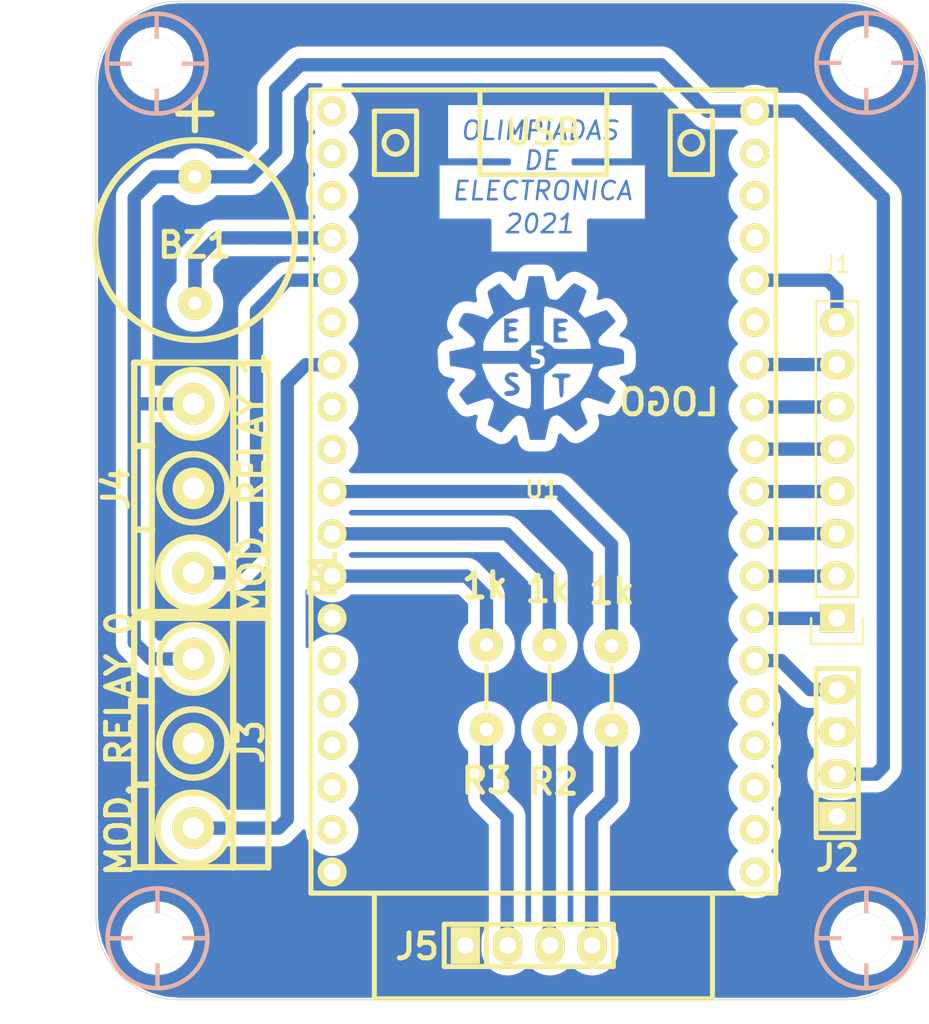
<source format=kicad_pcb>
(kicad_pcb (version 20171130) (host pcbnew "(5.1.8)-1")

  (general
    (thickness 1.6)
    (drawings 14)
    (tracks 76)
    (zones 0)
    (modules 15)
    (nets 21)
  )

  (page A4)
  (layers
    (0 F.Cu signal)
    (31 B.Cu signal)
    (32 B.Adhes user)
    (33 F.Adhes user)
    (34 B.Paste user)
    (35 F.Paste user)
    (36 B.SilkS user)
    (37 F.SilkS user)
    (38 B.Mask user)
    (39 F.Mask user)
    (40 Dwgs.User user)
    (41 Cmts.User user)
    (42 Eco1.User user)
    (43 Eco2.User user)
    (44 Edge.Cuts user)
    (45 Margin user)
    (46 B.CrtYd user)
    (47 F.CrtYd user)
    (48 B.Fab user)
    (49 F.Fab user)
  )

  (setup
    (last_trace_width 0.8)
    (user_trace_width 0.5)
    (user_trace_width 0.8)
    (user_trace_width 1)
    (trace_clearance 0.7)
    (zone_clearance 0.1)
    (zone_45_only no)
    (trace_min 0.2)
    (via_size 0.8)
    (via_drill 0.75)
    (via_min_size 0.4)
    (via_min_drill 0.3)
    (uvia_size 0.3)
    (uvia_drill 0.1)
    (uvias_allowed no)
    (uvia_min_size 0.2)
    (uvia_min_drill 0.1)
    (edge_width 0.05)
    (segment_width 0.2)
    (pcb_text_width 0.3)
    (pcb_text_size 1.5 1.5)
    (mod_edge_width 0.12)
    (mod_text_size 1 1)
    (mod_text_width 0.15)
    (pad_size 1.7 1.7)
    (pad_drill 1)
    (pad_to_mask_clearance 0)
    (aux_axis_origin 0 0)
    (visible_elements 7FFFFFFF)
    (pcbplotparams
      (layerselection 0x0002c_7ffffffe)
      (usegerberextensions false)
      (usegerberattributes true)
      (usegerberadvancedattributes true)
      (creategerberjobfile true)
      (excludeedgelayer false)
      (linewidth 0.100000)
      (plotframeref false)
      (viasonmask false)
      (mode 1)
      (useauxorigin false)
      (hpglpennumber 1)
      (hpglpenspeed 20)
      (hpglpendiameter 15.000000)
      (psnegative false)
      (psa4output false)
      (plotreference true)
      (plotvalue true)
      (plotinvisibletext false)
      (padsonsilk false)
      (subtractmaskfromsilk false)
      (outputformat 5)
      (mirror false)
      (drillshape 1)
      (scaleselection 1)
      (outputdirectory ""))
  )

  (net 0 "")
  (net 1 /GND)
  (net 2 /5V)
  (net 3 /PIN_15)
  (net 4 /PIN_13)
  (net 5 /PIN_12)
  (net 6 /PIN_14)
  (net 7 /PIN_27)
  (net 8 /PIN_26)
  (net 9 /PIN_25)
  (net 10 /PIN_33)
  (net 11 /PIN_32)
  (net 12 /PIN_35)
  (net 13 /PIN_4)
  (net 14 /PIN_2)
  (net 15 /PIN_5)
  (net 16 /PIN_18)
  (net 17 /PIN_19)
  (net 18 "Net-(J5-Pad3)")
  (net 19 "Net-(J5-Pad2)")
  (net 20 "Net-(J5-Pad4)")

  (net_class Default "This is the default net class."
    (clearance 0.7)
    (trace_width 0.8)
    (via_dia 0.8)
    (via_drill 0.75)
    (uvia_dia 0.3)
    (uvia_drill 0.1)
    (add_net /5V)
    (add_net /GND)
    (add_net /PIN_12)
    (add_net /PIN_13)
    (add_net /PIN_14)
    (add_net /PIN_15)
    (add_net /PIN_18)
    (add_net /PIN_19)
    (add_net /PIN_2)
    (add_net /PIN_25)
    (add_net /PIN_26)
    (add_net /PIN_27)
    (add_net /PIN_32)
    (add_net /PIN_33)
    (add_net /PIN_35)
    (add_net /PIN_4)
    (add_net /PIN_5)
    (add_net "Net-(J5-Pad2)")
    (add_net "Net-(J5-Pad3)")
    (add_net "Net-(J5-Pad4)")
  )

  (net_class "opcion 1" ""
    (clearance 0.5)
    (trace_width 0.5)
    (via_dia 0.5)
    (via_drill 0.4)
    (uvia_dia 0.3)
    (uvia_drill 0.1)
  )

  (module EESTN5:LOGO_EESTN5 (layer F.Cu) (tedit 615DD81C) (tstamp 615E7893)
    (at 140.79 86.65)
    (fp_text reference G*** (at 8.23 0.38) (layer B.Cu) hide
      (effects (font (size 1.524 1.524) (thickness 0.3)) (justify mirror))
    )
    (fp_text value LOGO (at 7.94 2.75) (layer F.SilkS)
      (effects (font (size 1.524 1.524) (thickness 0.3)) (justify mirror))
    )
    (fp_poly (pts (xy 0.539361 -4.151857) (xy 0.613933 -3.818777) (xy 0.675789 -3.615221) (xy 0.746422 -3.504868)
      (xy 0.847324 -3.4514) (xy 0.970023 -3.424098) (xy 1.145299 -3.406255) (xy 1.284159 -3.449773)
      (xy 1.439308 -3.581438) (xy 1.580409 -3.734317) (xy 1.859395 -4.043435) (xy 2.049383 -4.243541)
      (xy 2.171009 -4.354672) (xy 2.244906 -4.39687) (xy 2.264833 -4.398995) (xy 2.375118 -4.357122)
      (xy 2.561062 -4.260084) (xy 2.76462 -4.141534) (xy 2.927749 -4.035128) (xy 2.992105 -3.977308)
      (xy 2.969059 -3.88328) (xy 2.895782 -3.673804) (xy 2.786828 -3.389883) (xy 2.757835 -3.317324)
      (xy 2.510004 -2.7017) (xy 2.695716 -2.515988) (xy 2.881428 -2.330275) (xy 3.536214 -2.56659)
      (xy 4.191 -2.802904) (xy 4.464907 -2.480952) (xy 4.622881 -2.286636) (xy 4.722472 -2.147555)
      (xy 4.740073 -2.110536) (xy 4.681507 -2.036295) (xy 4.524234 -1.880191) (xy 4.297747 -1.670992)
      (xy 4.201938 -1.585565) (xy 3.931215 -1.336576) (xy 3.772658 -1.159728) (xy 3.703898 -1.024329)
      (xy 3.702463 -0.900236) (xy 3.741727 -0.780219) (xy 3.827105 -0.697209) (xy 3.992135 -0.636975)
      (xy 4.270355 -0.585291) (xy 4.529666 -0.549293) (xy 4.876918 -0.5005) (xy 5.089422 -0.448985)
      (xy 5.200267 -0.369555) (xy 5.242541 -0.237014) (xy 5.249331 -0.026169) (xy 5.249333 -0.001311)
      (xy 5.249333 0.409301) (xy 4.821832 0.500984) (xy 4.531353 0.554948) (xy 4.279094 0.587898)
      (xy 4.19288 0.592666) (xy 3.992397 0.644554) (xy 3.814439 0.767657) (xy 3.726608 0.913137)
      (xy 3.725333 0.930456) (xy 3.697673 1.068866) (xy 3.680821 1.118146) (xy 3.724177 1.230398)
      (xy 3.900954 1.411134) (xy 4.188821 1.639824) (xy 4.444975 1.832685) (xy 4.638057 1.987161)
      (xy 4.73557 2.07694) (xy 4.741333 2.087176) (xy 4.702094 2.178074) (xy 4.601932 2.364055)
      (xy 4.526645 2.495183) (xy 4.311957 2.86152) (xy 3.641576 2.641747) (xy 3.311848 2.536019)
      (xy 3.101924 2.481175) (xy 2.97109 2.474177) (xy 2.878633 2.511984) (xy 2.79793 2.578776)
      (xy 2.684497 2.698445) (xy 2.638803 2.820406) (xy 2.662788 2.987252) (xy 2.758396 3.241572)
      (xy 2.836333 3.420879) (xy 2.947904 3.683896) (xy 3.024596 3.885222) (xy 3.048 3.970496)
      (xy 2.983236 4.054415) (xy 2.818165 4.189294) (xy 2.698733 4.272631) (xy 2.349467 4.503764)
      (xy 1.826995 3.985935) (xy 1.571156 3.73725) (xy 1.398047 3.590519) (xy 1.272476 3.52617)
      (xy 1.159252 3.52463) (xy 1.053372 3.555658) (xy 0.924955 3.613874) (xy 0.835005 3.706389)
      (xy 0.763325 3.871463) (xy 0.68972 4.147351) (xy 0.650268 4.319271) (xy 0.498314 4.995333)
      (xy -0.411328 4.995333) (xy -0.50736 4.5085) (xy -0.591258 4.108407) (xy -0.664258 3.843771)
      (xy -0.741455 3.682721) (xy -0.837942 3.593386) (xy -0.963523 3.545299) (xy -1.108962 3.537071)
      (xy -1.264686 3.602976) (xy -1.452317 3.760547) (xy -1.693481 4.027318) (xy -1.951466 4.346356)
      (xy -2.118691 4.558948) (xy -2.519846 4.339498) (xy -2.745917 4.215493) (xy -2.900447 4.1301)
      (xy -2.941364 4.106938) (xy -2.925799 4.026779) (xy -2.866548 3.824897) (xy -2.775095 3.53966)
      (xy -2.740404 3.435559) (xy -2.633263 3.110289) (xy -2.577935 2.904831) (xy -2.571464 2.778763)
      (xy -2.610892 2.691668) (xy -2.68044 2.615931) (xy -2.765973 2.539397) (xy -2.855413 2.505628)
      (xy -2.988705 2.517687) (xy -3.205794 2.57864) (xy -3.511289 2.679668) (xy -4.18078 2.904765)
      (xy -4.418724 2.619747) (xy -4.56483 2.426284) (xy -4.649125 2.278965) (xy -4.657262 2.246864)
      (xy -4.598523 2.152957) (xy -4.441822 1.980728) (xy -4.217331 1.762566) (xy -4.14164 1.693333)
      (xy -3.88432 1.453275) (xy -3.735721 1.286469) (xy -3.673316 1.159174) (xy -3.674582 1.037644)
      (xy -3.682045 1.004845) (xy -3.721971 0.895506) (xy -3.798529 0.820057) (xy -3.946993 0.763383)
      (xy -4.202638 0.710367) (xy -4.472833 0.665981) (xy -5.207 0.549938) (xy -5.214403 0.423333)
      (xy -3.305227 0.423333) (xy -3.2502 0.656166) (xy -3.013172 1.323016) (xy -2.644907 1.918903)
      (xy -2.167421 2.419522) (xy -1.602732 2.800566) (xy -1.132503 2.994096) (xy -0.81516 3.090169)
      (xy -0.596032 3.135588) (xy -0.456965 3.109318) (xy -0.379808 2.990329) (xy -0.346406 2.757586)
      (xy -0.338606 2.390057) (xy -0.33866 2.107666) (xy 0.423333 2.107666) (xy 0.423333 3.199333)
      (xy 0.767873 3.12192) (xy 1.031754 3.040452) (xy 1.361932 2.908805) (xy 1.617045 2.78977)
      (xy 1.944252 2.603669) (xy 2.26312 2.388654) (xy 2.445214 2.242736) (xy 2.707016 1.94742)
      (xy 2.967115 1.557063) (xy 3.187016 1.137956) (xy 3.328224 0.756388) (xy 3.341958 0.6985)
      (xy 3.400121 0.423333) (xy 1.24819 0.423333) (xy 0.920184 0.719666) (xy 0.718894 0.887939)
      (xy 0.561573 0.995307) (xy 0.507756 1.016) (xy 0.4717 1.097552) (xy 0.444693 1.330094)
      (xy 0.428139 1.695457) (xy 0.423333 2.107666) (xy -0.33866 2.107666) (xy -0.338667 2.074333)
      (xy -0.342196 1.620223) (xy -0.354565 1.311408) (xy -0.378446 1.123962) (xy -0.416512 1.033957)
      (xy -0.456896 1.016) (xy -0.579897 0.956565) (xy -0.754009 0.80635) (xy -0.83531 0.719666)
      (xy -0.980075 0.554787) (xy -0.423334 0.554787) (xy -0.353129 0.684246) (xy -0.177325 0.747288)
      (xy 0.051862 0.738881) (xy 0.282214 0.653993) (xy 0.324585 0.626866) (xy 0.468277 0.465976)
      (xy 0.492508 0.234594) (xy 0.491591 0.224699) (xy 0.440212 0.024699) (xy 0.300828 -0.085076)
      (xy 0.1905 -0.123343) (xy -0.015317 -0.218891) (xy -0.079307 -0.321746) (xy 0.000782 -0.399964)
      (xy 0.169333 -0.423334) (xy 0.370985 -0.461198) (xy 0.423333 -0.550334) (xy 0.373471 -0.634041)
      (xy 0.20393 -0.67217) (xy 0.042333 -0.677334) (xy -0.338667 -0.677334) (xy -0.338667 -0.301698)
      (xy -0.330542 -0.06856) (xy -0.28347 0.045072) (xy -0.163409 0.088954) (xy -0.0635 0.100468)
      (xy 0.135797 0.14694) (xy 0.208528 0.252149) (xy 0.211666 0.296333) (xy 0.183034 0.408533)
      (xy 0.066884 0.453168) (xy -0.105834 0.456009) (xy -0.339492 0.475785) (xy -0.423249 0.551435)
      (xy -0.423334 0.554787) (xy -0.980075 0.554787) (xy -1.095494 0.423333) (xy -3.305227 0.423333)
      (xy -5.214403 0.423333) (xy -5.232027 0.121935) (xy -5.257053 -0.306067) (xy -4.681693 -0.415636)
      (xy -4.276338 -0.493947) (xy -4.007454 -0.552764) (xy -3.845146 -0.604172) (xy -3.793785 -0.637815)
      (xy -3.217334 -0.637815) (xy -3.217334 -0.338667) (xy -1.128843 -0.338667) (xy -0.776088 -0.664328)
      (xy -0.423334 -0.989989) (xy -0.423334 -2.002278) (xy 0.423333 -2.002278) (xy 0.423333 -0.945145)
      (xy 0.719666 -0.762) (xy 0.9052 -0.62955) (xy 1.008424 -0.521323) (xy 1.016 -0.498638)
      (xy 1.096786 -0.467835) (xy 1.32412 -0.447345) (xy 1.675466 -0.438302) (xy 2.128287 -0.441844)
      (xy 2.137833 -0.442043) (xy 3.259666 -0.465667) (xy 3.233221 -0.711733) (xy 3.112748 -1.138874)
      (xy 2.859857 -1.580812) (xy 2.505286 -2.007024) (xy 2.079775 -2.386987) (xy 1.614062 -2.690181)
      (xy 1.138885 -2.886082) (xy 1.012633 -2.916685) (xy 0.768622 -2.969346) (xy 0.57827 -3.015809)
      (xy 0.5715 -3.017694) (xy 0.509886 -3.021774) (xy 0.468111 -2.975683) (xy 0.44238 -2.85341)
      (xy 0.428899 -2.628949) (xy 0.423871 -2.276289) (xy 0.423333 -2.002278) (xy -0.423334 -2.002278)
      (xy -0.423334 -2.963334) (xy -0.631824 -2.963334) (xy -0.962471 -2.908346) (xy -1.366107 -2.758565)
      (xy -1.793853 -2.536766) (xy -2.196832 -2.265724) (xy -2.291533 -2.189985) (xy -2.698486 -1.787206)
      (xy -3.000483 -1.354628) (xy -3.177849 -0.925242) (xy -3.217334 -0.637815) (xy -3.793785 -0.637815)
      (xy -3.759524 -0.660256) (xy -3.720693 -0.733098) (xy -3.703308 -0.811154) (xy -3.706848 -0.941961)
      (xy -3.786238 -1.081332) (xy -3.965688 -1.262632) (xy -4.139283 -1.411952) (xy -4.381611 -1.614247)
      (xy -4.575097 -1.775937) (xy -4.680862 -1.864533) (xy -4.684694 -1.867764) (xy -4.691098 -1.970977)
      (xy -4.627829 -2.16599) (xy -4.572893 -2.284251) (xy -4.452042 -2.500176) (xy -4.344728 -2.598304)
      (xy -4.194602 -2.615078) (xy -4.0792 -2.60354) (xy -3.806817 -2.547874) (xy -3.48659 -2.452027)
      (xy -3.365098 -2.407471) (xy -2.962528 -2.249177) (xy -2.586454 -2.625251) (xy -2.785005 -3.208458)
      (xy -2.878316 -3.507216) (xy -2.938197 -3.748097) (xy -2.952785 -3.882679) (xy -2.951494 -3.887854)
      (xy -2.864556 -3.985317) (xy -2.680796 -4.122545) (xy -2.571491 -4.19153) (xy -2.223552 -4.399015)
      (xy -1.776316 -3.884817) (xy -1.546227 -3.628086) (xy -1.386242 -3.479477) (xy -1.260197 -3.415278)
      (xy -1.131928 -3.411774) (xy -1.070915 -3.422251) (xy -0.908518 -3.463784) (xy -0.799582 -3.533441)
      (xy -0.723458 -3.666416) (xy -0.659498 -3.897905) (xy -0.591529 -4.239364) (xy -0.480839 -4.826)
      (xy 0.394495 -4.826) (xy 0.539361 -4.151857)) (layer B.Cu) (width 0.01))
    (fp_poly (pts (xy 1.790356 1.024478) (xy 1.961928 1.054774) (xy 2.02797 1.114177) (xy 2.032 1.143)
      (xy 1.958399 1.245143) (xy 1.820333 1.27) (xy 1.709749 1.278715) (xy 1.646459 1.329459)
      (xy 1.617286 1.459132) (xy 1.609052 1.704631) (xy 1.608666 1.862666) (xy 1.601197 2.184672)
      (xy 1.574342 2.368966) (xy 1.521426 2.446692) (xy 1.481666 2.455333) (xy 1.412665 2.420478)
      (xy 1.373173 2.295153) (xy 1.356518 2.048212) (xy 1.354666 1.862666) (xy 1.351554 1.55303)
      (xy 1.33343 1.375819) (xy 1.287119 1.294135) (xy 1.199441 1.271078) (xy 1.143 1.27)
      (xy 0.972761 1.225839) (xy 0.931333 1.143) (xy 0.968073 1.071763) (xy 1.099355 1.03217)
      (xy 1.356768 1.016929) (xy 1.481666 1.016) (xy 1.790356 1.024478)) (layer B.Cu) (width 0.01))
    (fp_poly (pts (xy -1.224388 0.994294) (xy -1.119465 1.107382) (xy -1.117177 1.117378) (xy -1.124883 1.20801)
      (xy -1.22321 1.231928) (xy -1.403013 1.210289) (xy -1.607814 1.189767) (xy -1.682254 1.224636)
      (xy -1.676844 1.278244) (xy -1.574738 1.409035) (xy -1.462844 1.484972) (xy -1.16255 1.682287)
      (xy -1.026956 1.8867) (xy -1.05778 2.093831) (xy -1.170834 2.230544) (xy -1.349479 2.323026)
      (xy -1.584162 2.368778) (xy -1.797042 2.358754) (xy -1.890889 2.314222) (xy -1.955813 2.183869)
      (xy -1.870185 2.095172) (xy -1.65085 2.06423) (xy -1.629834 2.064676) (xy -1.3962 2.041962)
      (xy -1.318004 1.964509) (xy -1.396119 1.846728) (xy -1.608667 1.714205) (xy -1.844803 1.537441)
      (xy -1.932306 1.33122) (xy -1.863156 1.120897) (xy -1.81422 1.064314) (xy -1.636681 0.967819)
      (xy -1.418432 0.946126) (xy -1.224388 0.994294)) (layer B.Cu) (width 0.01))
    (fp_poly (pts (xy -1.257782 -2.272405) (xy -1.127756 -2.225332) (xy -1.100667 -2.159) (xy -1.164927 -2.065069)
      (xy -1.370012 -2.03223) (xy -1.397 -2.032) (xy -1.616174 -2.004461) (xy -1.692798 -1.916567)
      (xy -1.693334 -1.905) (xy -1.617606 -1.804174) (xy -1.439334 -1.778) (xy -1.237682 -1.740136)
      (xy -1.185334 -1.651) (xy -1.261062 -1.550174) (xy -1.439334 -1.524) (xy -1.620861 -1.501219)
      (xy -1.687268 -1.404379) (xy -1.693334 -1.312334) (xy -1.671194 -1.169192) (xy -1.571562 -1.110593)
      (xy -1.397 -1.100667) (xy -1.177827 -1.073127) (xy -1.101203 -0.985234) (xy -1.100667 -0.973667)
      (xy -1.145987 -0.893802) (xy -1.302894 -0.854794) (xy -1.524 -0.846667) (xy -1.947334 -0.846667)
      (xy -1.947334 -2.286) (xy -1.524 -2.286) (xy -1.257782 -2.272405)) (layer B.Cu) (width 0.01))
    (fp_poly (pts (xy 1.705551 -2.272405) (xy 1.835577 -2.225332) (xy 1.862666 -2.159) (xy 1.798407 -2.065069)
      (xy 1.593322 -2.03223) (xy 1.566333 -2.032) (xy 1.34716 -2.004461) (xy 1.270535 -1.916567)
      (xy 1.27 -1.905) (xy 1.345728 -1.804174) (xy 1.524 -1.778) (xy 1.725652 -1.740136)
      (xy 1.778 -1.651) (xy 1.702271 -1.550174) (xy 1.524 -1.524) (xy 1.342473 -1.501219)
      (xy 1.276065 -1.404379) (xy 1.27 -1.312334) (xy 1.29214 -1.169192) (xy 1.391771 -1.110593)
      (xy 1.566333 -1.100667) (xy 1.785506 -1.073127) (xy 1.86213 -0.985234) (xy 1.862666 -0.973667)
      (xy 1.817347 -0.893802) (xy 1.660439 -0.854794) (xy 1.439333 -0.846667) (xy 1.016 -0.846667)
      (xy 1.016 -2.286) (xy 1.439333 -2.286) (xy 1.705551 -2.272405)) (layer B.Cu) (width 0.01))
  )

  (module EESTN5:pin_strip_4 (layer F.Cu) (tedit 5965754F) (tstamp 615E7A5C)
    (at 140.31 122.03)
    (descr "Pin strip 4pin")
    (tags "CONN DEV")
    (path /61639D01)
    (fp_text reference J5 (at -6.7 0.07) (layer F.SilkS)
      (effects (font (size 1.5 1.5) (thickness 0.3)))
    )
    (fp_text value "LED RGB" (at 0.254 -3.556) (layer F.SilkS) hide
      (effects (font (size 1.016 0.889) (thickness 0.2032)))
    )
    (fp_line (start 5.08 -1.27) (end 5.08 1.27) (layer F.SilkS) (width 0.3048))
    (fp_line (start -5.08 1.27) (end -5.08 -1.27) (layer F.SilkS) (width 0.3048))
    (fp_line (start -5.08 -1.27) (end 5.08 -1.27) (layer F.SilkS) (width 0.3048))
    (fp_line (start 5.08 1.27) (end -5.08 1.27) (layer F.SilkS) (width 0.3048))
    (fp_line (start -2.54 -1.27) (end -2.54 1.27) (layer F.SilkS) (width 0.3048))
    (pad 4 thru_hole oval (at 3.81 0) (size 1.75 2.2) (drill 1.00076) (layers *.Cu *.Mask F.SilkS)
      (net 20 "Net-(J5-Pad4)"))
    (pad 3 thru_hole oval (at 1.27 0) (size 1.75 2.2) (drill 1.00076) (layers *.Cu *.Mask F.SilkS)
      (net 18 "Net-(J5-Pad3)"))
    (pad 2 thru_hole oval (at -1.27 0) (size 1.75 2.2) (drill 1.00076) (layers *.Cu *.Mask F.SilkS)
      (net 19 "Net-(J5-Pad2)"))
    (pad 1 thru_hole rect (at -3.81 0) (size 1.75 2.2) (drill 1.00076) (layers *.Cu *.Mask F.SilkS)
      (net 1 /GND))
    (model Pin_Strip_4_2.54_V.wrl
      (at (xyz 0 0 0))
      (scale (xyz 1 1 1))
      (rotate (xyz 0 0 0))
    )
  )

  (module EESTN5:ESP32_DEVKITC (layer F.Cu) (tedit 592E261F) (tstamp 615E7926)
    (at 141.19 94.76 90)
    (descr ESP32_DEVKITC)
    (tags ESP32)
    (path /615A686C)
    (fp_text reference U1 (at 0.127 -0.0635 180) (layer F.SilkS)
      (effects (font (size 1.016 1.016) (thickness 0.2032)))
    )
    (fp_text value ESP32_DEVKITC (at -1.44 -0.17 180) (layer F.SilkS) hide
      (effects (font (size 1.016 0.889) (thickness 0.2032)))
    )
    (fp_circle (center 20.955 8.89) (end 21.5265 9.271) (layer F.SilkS) (width 0.3048))
    (fp_line (start 22.86 10.16) (end 19.05 10.16) (layer F.SilkS) (width 0.3048))
    (fp_line (start 22.86 7.62) (end 22.86 10.16) (layer F.SilkS) (width 0.3048))
    (fp_line (start 19.05 7.62) (end 22.86 7.62) (layer F.SilkS) (width 0.3048))
    (fp_line (start 19.05 10.16) (end 19.05 7.62) (layer F.SilkS) (width 0.3048))
    (fp_line (start 19.05 -10.16) (end 19.05 -7.62) (layer F.SilkS) (width 0.3048))
    (fp_line (start 22.86 -10.16) (end 19.05 -10.16) (layer F.SilkS) (width 0.3048))
    (fp_line (start 22.86 -7.62) (end 22.86 -10.16) (layer F.SilkS) (width 0.3048))
    (fp_line (start 19.05 -7.62) (end 22.86 -7.62) (layer F.SilkS) (width 0.3048))
    (fp_line (start 19.05 3.81) (end 24.13 3.81) (layer F.SilkS) (width 0.3048))
    (fp_line (start 19.05 -3.81) (end 19.05 3.81) (layer F.SilkS) (width 0.3048))
    (fp_line (start 24.13 -3.81) (end 19.05 -3.81) (layer F.SilkS) (width 0.3048))
    (fp_line (start 24.13 13.97) (end -24.13 13.97) (layer F.SilkS) (width 0.3048))
    (fp_line (start -24.13 -13.97) (end 24.13 -13.97) (layer F.SilkS) (width 0.3048))
    (fp_line (start -30.48 10.16) (end -24.13 10.16) (layer F.SilkS) (width 0.3048))
    (fp_line (start -30.48 -10.16) (end -30.48 10.16) (layer F.SilkS) (width 0.3048))
    (fp_line (start -24.13 -13.97) (end -24.13 13.97) (layer F.SilkS) (width 0.3048))
    (fp_line (start 24.13 13.97) (end 24.13 -13.97) (layer F.SilkS) (width 0.3048))
    (fp_line (start -30.48 -10.16) (end -24.13 -10.16) (layer F.SilkS) (width 0.3048))
    (fp_circle (center 20.955 -8.89) (end 21.5265 -8.509) (layer F.SilkS) (width 0.3048))
    (fp_text user USB (at 21.59 0) (layer F.SilkS)
      (effects (font (size 1.524 1.524) (thickness 0.254)))
    )
    (pad 38 thru_hole circle (at -22.86 -12.7 270) (size 1.75 1.75) (drill 1) (layers *.Cu *.Mask F.SilkS)
      (net 1 /GND))
    (pad 37 thru_hole circle (at -20.32 -12.7 270) (size 1.75 1.75) (drill 1) (layers *.Cu *.Mask F.SilkS))
    (pad 36 thru_hole circle (at -17.78 -12.7 270) (size 1.75 1.75) (drill 1) (layers *.Cu *.Mask F.SilkS))
    (pad 35 thru_hole circle (at -15.24 -12.7 270) (size 1.75 1.75) (drill 1) (layers *.Cu *.Mask F.SilkS))
    (pad 34 thru_hole circle (at -12.7 -12.7 270) (size 1.75 1.75) (drill 1) (layers *.Cu *.Mask F.SilkS))
    (pad 33 thru_hole circle (at -10.16 -12.7 270) (size 1.75 1.75) (drill 1) (layers *.Cu *.Mask F.SilkS))
    (pad 32 thru_hole circle (at -7.62 -12.7 270) (size 1.75 1.75) (drill 1) (layers *.Cu *.Mask F.SilkS)
      (net 1 /GND))
    (pad 31 thru_hole circle (at -5.08 -12.7 270) (size 1.75 1.75) (drill 1) (layers *.Cu *.Mask F.SilkS)
      (net 17 /PIN_19))
    (pad 30 thru_hole circle (at -2.54 -12.7 270) (size 1.75 1.75) (drill 1) (layers *.Cu *.Mask F.SilkS)
      (net 16 /PIN_18))
    (pad 29 thru_hole circle (at 0 -12.7 270) (size 1.75 1.75) (drill 1) (layers *.Cu *.Mask F.SilkS)
      (net 15 /PIN_5))
    (pad 28 thru_hole circle (at 2.54 -12.7 270) (size 1.75 1.75) (drill 1) (layers *.Cu *.Mask F.SilkS))
    (pad 27 thru_hole circle (at 5.08 -12.7 270) (size 1.75 1.75) (drill 1) (layers *.Cu *.Mask F.SilkS))
    (pad 26 thru_hole circle (at 7.62 -12.7 270) (size 1.75 1.75) (drill 1) (layers *.Cu *.Mask F.SilkS)
      (net 13 /PIN_4))
    (pad 25 thru_hole circle (at 10.16 -12.7 270) (size 1.75 1.75) (drill 1) (layers *.Cu *.Mask F.SilkS))
    (pad 24 thru_hole circle (at 12.7 -12.7 270) (size 1.75 1.75) (drill 1) (layers *.Cu *.Mask F.SilkS)
      (net 14 /PIN_2))
    (pad 23 thru_hole circle (at 15.24 -12.7 270) (size 1.75 1.75) (drill 1) (layers *.Cu *.Mask F.SilkS)
      (net 3 /PIN_15))
    (pad 22 thru_hole circle (at 17.78 -12.7 270) (size 1.75 1.75) (drill 1) (layers *.Cu *.Mask F.SilkS))
    (pad 21 thru_hole circle (at 20.32 -12.7 270) (size 1.75 1.75) (drill 1) (layers *.Cu *.Mask F.SilkS))
    (pad 20 thru_hole circle (at 22.86 -12.7 270) (size 1.75 1.75) (drill 1) (layers *.Cu *.Mask F.SilkS))
    (pad 19 thru_hole circle (at 22.86 12.7 90) (size 1.75 1.75) (drill 1) (layers *.Cu *.Mask F.SilkS)
      (net 2 /5V))
    (pad 18 thru_hole circle (at 20.32 12.7 90) (size 1.75 1.75) (drill 1) (layers *.Cu *.Mask F.SilkS))
    (pad 17 thru_hole circle (at 17.78 12.7 90) (size 1.75 1.75) (drill 1) (layers *.Cu *.Mask F.SilkS))
    (pad 16 thru_hole circle (at 15.24 12.7 90) (size 1.75 1.75) (drill 1) (layers *.Cu *.Mask F.SilkS))
    (pad 15 thru_hole circle (at 12.7 12.7 90) (size 1.75 1.75) (drill 1) (layers *.Cu *.Mask F.SilkS)
      (net 4 /PIN_13))
    (pad 14 thru_hole circle (at 10.16 12.7 90) (size 1.75 1.75) (drill 1) (layers *.Cu *.Mask F.SilkS))
    (pad 13 thru_hole circle (at 7.62 12.7 90) (size 1.75 1.75) (drill 1) (layers *.Cu *.Mask F.SilkS)
      (net 5 /PIN_12))
    (pad 12 thru_hole circle (at 5.08 12.7 90) (size 1.75 1.75) (drill 1) (layers *.Cu *.Mask F.SilkS)
      (net 6 /PIN_14))
    (pad 11 thru_hole circle (at 2.54 12.7 90) (size 1.75 1.75) (drill 1) (layers *.Cu *.Mask F.SilkS)
      (net 7 /PIN_27))
    (pad 10 thru_hole circle (at 0 12.7 90) (size 1.75 1.75) (drill 1) (layers *.Cu *.Mask F.SilkS)
      (net 8 /PIN_26))
    (pad 9 thru_hole circle (at -2.54 12.7 90) (size 1.75 1.75) (drill 1) (layers *.Cu *.Mask F.SilkS)
      (net 9 /PIN_25))
    (pad 8 thru_hole circle (at -5.08 12.7 90) (size 1.75 1.75) (drill 1) (layers *.Cu *.Mask F.SilkS)
      (net 10 /PIN_33))
    (pad 7 thru_hole circle (at -7.62 12.7 90) (size 1.75 1.75) (drill 1) (layers *.Cu *.Mask F.SilkS)
      (net 11 /PIN_32))
    (pad 6 thru_hole circle (at -10.16 12.7 90) (size 1.75 1.75) (drill 1) (layers *.Cu *.Mask F.SilkS)
      (net 12 /PIN_35))
    (pad 5 thru_hole circle (at -12.7 12.7 90) (size 1.75 1.75) (drill 1) (layers *.Cu *.Mask F.SilkS))
    (pad 4 thru_hole circle (at -15.24 12.7 90) (size 1.75 1.75) (drill 1) (layers *.Cu *.Mask F.SilkS))
    (pad 3 thru_hole circle (at -17.78 12.7 90) (size 1.75 1.75) (drill 1) (layers *.Cu *.Mask F.SilkS))
    (pad 2 thru_hole circle (at -20.32 12.7 90) (size 1.75 1.75) (drill 1) (layers *.Cu *.Mask F.SilkS))
    (pad 1 thru_hole circle (at -22.86 12.7 90) (size 1.75 1.75) (drill 1) (layers *.Cu *.Mask F.SilkS))
    (model ESP32_DEVKITC.wrl
      (at (xyz 0 0 0))
      (scale (xyz 1 1 1))
      (rotate (xyz 0 0 0))
    )
  )

  (module EESTN5:pin_strip_4 (layer F.Cu) (tedit 5965754F) (tstamp 615E7A38)
    (at 158.85 110.47 90)
    (descr "Pin strip 4pin")
    (tags "CONN DEV")
    (path /615B4AB2)
    (fp_text reference J2 (at -6.31 0.02 180) (layer F.SilkS)
      (effects (font (size 1.5 1.5) (thickness 0.3)))
    )
    (fp_text value "SENSOR CO2" (at -0.06 4.34 90) (layer F.SilkS) hide
      (effects (font (size 1.016 0.889) (thickness 0.2032)))
    )
    (fp_line (start 5.08 -1.27) (end 5.08 1.27) (layer F.SilkS) (width 0.3048))
    (fp_line (start -5.08 1.27) (end -5.08 -1.27) (layer F.SilkS) (width 0.3048))
    (fp_line (start -5.08 -1.27) (end 5.08 -1.27) (layer F.SilkS) (width 0.3048))
    (fp_line (start 5.08 1.27) (end -5.08 1.27) (layer F.SilkS) (width 0.3048))
    (fp_line (start -2.54 -1.27) (end -2.54 1.27) (layer F.SilkS) (width 0.3048))
    (pad 4 thru_hole oval (at 3.81 0 90) (size 1.75 2.2) (drill 1.00076) (layers *.Cu *.Mask F.SilkS)
      (net 12 /PIN_35))
    (pad 3 thru_hole oval (at 1.27 0 90) (size 1.75 2.2) (drill 1.00076) (layers *.Cu *.Mask F.SilkS))
    (pad 2 thru_hole oval (at -1.27 0 90) (size 1.75 2.2) (drill 1.00076) (layers *.Cu *.Mask F.SilkS)
      (net 2 /5V))
    (pad 1 thru_hole rect (at -3.81 0 90) (size 1.75 2.2) (drill 1.00076) (layers *.Cu *.Mask F.SilkS)
      (net 1 /GND))
    (model Pin_Strip_4_2.54_V.wrl
      (at (xyz 0 0 0))
      (scale (xyz 1 1 1))
      (rotate (xyz 0 0 0))
    )
  )

  (module EESTN5:Pin_Header_Straight_1x08 (layer F.Cu) (tedit 0) (tstamp 615E7A00)
    (at 158.83 102.37 180)
    (descr "Through hole pin header")
    (tags "pin header")
    (path /615AF59D)
    (fp_text reference J1 (at 0.03 21.25) (layer F.SilkS)
      (effects (font (size 1 1) (thickness 0.15)))
    )
    (fp_text value "TECLADO MATRICIAL" (at -4.27 7.77 90) (layer F.Fab)
      (effects (font (size 1 1) (thickness 0.15)))
    )
    (fp_line (start -1.55 -1.55) (end 1.55 -1.55) (layer F.SilkS) (width 0.15))
    (fp_line (start -1.55 0) (end -1.55 -1.55) (layer F.SilkS) (width 0.15))
    (fp_line (start 1.27 1.27) (end -1.27 1.27) (layer F.SilkS) (width 0.15))
    (fp_line (start 1.55 -1.55) (end 1.55 0) (layer F.SilkS) (width 0.15))
    (fp_line (start -1.27 19.05) (end -1.27 1.27) (layer F.SilkS) (width 0.15))
    (fp_line (start 1.27 19.05) (end -1.27 19.05) (layer F.SilkS) (width 0.15))
    (fp_line (start 1.27 1.27) (end 1.27 19.05) (layer F.SilkS) (width 0.15))
    (fp_line (start -1.75 19.55) (end 1.75 19.55) (layer F.CrtYd) (width 0.05))
    (fp_line (start -1.75 -1.75) (end 1.75 -1.75) (layer F.CrtYd) (width 0.05))
    (fp_line (start 1.75 -1.75) (end 1.75 19.55) (layer F.CrtYd) (width 0.05))
    (fp_line (start -1.75 -1.75) (end -1.75 19.55) (layer F.CrtYd) (width 0.05))
    (pad 8 thru_hole oval (at 0 17.78 180) (size 2.032 1.7272) (drill 1.016) (layers *.Cu *.Mask F.SilkS)
      (net 4 /PIN_13))
    (pad 7 thru_hole oval (at 0 15.24 180) (size 2.032 1.7272) (drill 1.016) (layers *.Cu *.Mask F.SilkS)
      (net 5 /PIN_12))
    (pad 6 thru_hole oval (at 0 12.7 180) (size 2.032 1.7272) (drill 1.016) (layers *.Cu *.Mask F.SilkS)
      (net 6 /PIN_14))
    (pad 5 thru_hole oval (at 0 10.16 180) (size 2.032 1.7272) (drill 1.016) (layers *.Cu *.Mask F.SilkS)
      (net 7 /PIN_27))
    (pad 4 thru_hole oval (at 0 7.62 180) (size 2.032 1.7272) (drill 1.016) (layers *.Cu *.Mask F.SilkS)
      (net 8 /PIN_26))
    (pad 3 thru_hole oval (at 0 5.08 180) (size 2.032 1.7272) (drill 1.016) (layers *.Cu *.Mask F.SilkS)
      (net 9 /PIN_25))
    (pad 2 thru_hole oval (at 0 2.54 180) (size 2.032 1.7272) (drill 1.016) (layers *.Cu *.Mask F.SilkS)
      (net 10 /PIN_33))
    (pad 1 thru_hole rect (at 0 0 180) (size 2.032 1.7272) (drill 1.016) (layers *.Cu *.Mask F.SilkS)
      (net 11 /PIN_32))
    (model Pin_Header_Straight_1x08.wrl
      (offset (xyz 0 -8.889999866485596 0))
      (scale (xyz 1 1 1))
      (rotate (xyz 0 0 90))
    )
  )

  (module EESTN5:BORNERA3_AZUL (layer F.Cu) (tedit 5912E9C6) (tstamp 615E79C8)
    (at 120.155 94.57 270)
    (descr "3-way 5,08mm pitch terminal block, Phoenix MKDS series")
    (path /615FC063)
    (fp_text reference J4 (at 0.03 4.655 90) (layer F.SilkS)
      (effects (font (size 1.5 1.5) (thickness 0.3)))
    )
    (fp_text value "MOD. RELAY 1" (at -0.27 -3.545 90) (layer F.SilkS)
      (effects (font (size 1.5 1.5) (thickness 0.3)))
    )
    (fp_line (start -7.5565 -4.5085) (end -7.5565 3.556) (layer F.SilkS) (width 0.381))
    (fp_line (start 7.45 -4.5085) (end -7.55 -4.5085) (layer F.SilkS) (width 0.381))
    (fp_line (start 7.4295 3.556) (end 7.4295 -4.5085) (layer F.SilkS) (width 0.381))
    (fp_line (start -7.5565 3.556) (end 7.4295 3.556) (layer F.SilkS) (width 0.381))
    (fp_line (start -7.55 -2.4) (end 7.45 -2.4) (layer F.SilkS) (width 0.381))
    (fp_line (start -7.55 2.5) (end 7.45 2.5) (layer F.SilkS) (width 0.381))
    (fp_circle (center -5.08 0) (end -3.05 0) (layer F.SilkS) (width 0.381))
    (fp_circle (center 0 0) (end -2.05 0) (layer F.SilkS) (width 0.381))
    (fp_line (start -2.54 2.4765) (end -2.55 3.539347) (layer F.SilkS) (width 0.381))
    (fp_line (start 2.4765 2.4765) (end 2.4765 3.4925) (layer F.SilkS) (width 0.381))
    (fp_circle (center 5.08 0) (end 2.95 0) (layer F.SilkS) (width 0.381))
    (pad 2 thru_hole circle (at 0 0 270) (size 2.5 2.5) (drill 1.3) (layers *.Cu *.Mask F.SilkS)
      (net 1 /GND))
    (pad 1 thru_hole circle (at -5.08 0 270) (size 2.5 2.5) (drill 1.3) (layers *.Cu *.Mask F.SilkS)
      (net 2 /5V))
    (pad 3 thru_hole circle (at 5.08 0 270) (size 2.5 2.5) (drill 1.3) (layers *.Cu *.Mask F.SilkS)
      (net 14 /PIN_2))
    (model Bornera3_AZUL.wrl
      (at (xyz 0 0 0))
      (scale (xyz 1 1 1))
      (rotate (xyz 0 0 0))
    )
  )

  (module EESTN5:BORNERA3_AZUL (layer F.Cu) (tedit 5912E9C6) (tstamp 615E7A85)
    (at 120.15 109.9 270)
    (descr "3-way 5,08mm pitch terminal block, Phoenix MKDS series")
    (path /615FB65C)
    (fp_text reference J3 (at -0.1 -3.45 90) (layer F.SilkS)
      (effects (font (size 1.5 1.5) (thickness 0.3)))
    )
    (fp_text value "MOD. RELAY 0" (at 0 4.45 90) (layer F.SilkS)
      (effects (font (size 1.5 1.5) (thickness 0.3)))
    )
    (fp_line (start -7.5565 -4.5085) (end -7.5565 3.556) (layer F.SilkS) (width 0.381))
    (fp_line (start 7.45 -4.5085) (end -7.55 -4.5085) (layer F.SilkS) (width 0.381))
    (fp_line (start 7.4295 3.556) (end 7.4295 -4.5085) (layer F.SilkS) (width 0.381))
    (fp_line (start -7.5565 3.556) (end 7.4295 3.556) (layer F.SilkS) (width 0.381))
    (fp_line (start -7.55 -2.4) (end 7.45 -2.4) (layer F.SilkS) (width 0.381))
    (fp_line (start -7.55 2.5) (end 7.45 2.5) (layer F.SilkS) (width 0.381))
    (fp_circle (center -5.08 0) (end -3.05 0) (layer F.SilkS) (width 0.381))
    (fp_circle (center 0 0) (end -2.05 0) (layer F.SilkS) (width 0.381))
    (fp_line (start -2.54 2.4765) (end -2.55 3.539347) (layer F.SilkS) (width 0.381))
    (fp_line (start 2.4765 2.4765) (end 2.4765 3.4925) (layer F.SilkS) (width 0.381))
    (fp_circle (center 5.08 0) (end 2.95 0) (layer F.SilkS) (width 0.381))
    (pad 2 thru_hole circle (at 0 0 270) (size 2.5 2.5) (drill 1.3) (layers *.Cu *.Mask F.SilkS)
      (net 1 /GND))
    (pad 1 thru_hole circle (at -5.08 0 270) (size 2.5 2.5) (drill 1.3) (layers *.Cu *.Mask F.SilkS)
      (net 2 /5V))
    (pad 3 thru_hole circle (at 5.08 0 270) (size 2.5 2.5) (drill 1.3) (layers *.Cu *.Mask F.SilkS)
      (net 13 /PIN_4))
    (model Bornera3_AZUL.wrl
      (at (xyz 0 0 0))
      (scale (xyz 1 1 1))
      (rotate (xyz 0 0 0))
    )
  )

  (module EESTN5:RES0.2 (layer F.Cu) (tedit 582991D2) (tstamp 615E79A9)
    (at 137.77 106.51 90)
    (descr "Resistor, RC03 vertical")
    (path /615CEE40)
    (fp_text reference R3 (at -5.63 0.01 180) (layer F.SilkS)
      (effects (font (size 1.524 1.524) (thickness 0.3048)))
    )
    (fp_text value 1k (at 6.1 -0.1) (layer F.SilkS)
      (effects (font (size 1.524 1.524) (thickness 0.3048)))
    )
    (fp_line (start -1.27 0) (end 1.27 0) (layer F.SilkS) (width 0.254))
    (fp_circle (center -2.54 0) (end -2.159 0) (layer F.SilkS) (width 0.3048))
    (pad 2 thru_hole circle (at 2.54 0 90) (size 1.99898 1.99898) (drill 0.8001) (layers *.Cu *.Mask F.SilkS)
      (net 17 /PIN_19))
    (pad 1 thru_hole circle (at -2.54 0 90) (size 1.99898 1.99898) (drill 0.8001) (layers *.Cu *.Mask F.SilkS)
      (net 19 "Net-(J5-Pad2)"))
    (model RES0.2.wrl
      (offset (xyz 2.539999961853027 0 -1.523999977111816))
      (scale (xyz 0.393701 0.393701 0.393701))
      (rotate (xyz -90 0 90))
    )
  )

  (module EESTN5:RES0.2 (layer F.Cu) (tedit 582991D2) (tstamp 615E78DA)
    (at 141.55 106.52 90)
    (descr "Resistor, RC03 vertical")
    (path /615CE898)
    (fp_text reference R2 (at -5.68 0.24) (layer F.SilkS)
      (effects (font (size 1.524 1.524) (thickness 0.3048)))
    )
    (fp_text value 1k (at 5.89 -0.07 180) (layer F.SilkS)
      (effects (font (size 1.524 1.524) (thickness 0.3048)))
    )
    (fp_line (start -1.27 0) (end 1.27 0) (layer F.SilkS) (width 0.254))
    (fp_circle (center -2.54 0) (end -2.159 0) (layer F.SilkS) (width 0.3048))
    (pad 2 thru_hole circle (at 2.54 0 90) (size 1.99898 1.99898) (drill 0.8001) (layers *.Cu *.Mask F.SilkS)
      (net 16 /PIN_18))
    (pad 1 thru_hole circle (at -2.54 0 90) (size 1.99898 1.99898) (drill 0.8001) (layers *.Cu *.Mask F.SilkS)
      (net 18 "Net-(J5-Pad3)"))
    (model RES0.2.wrl
      (offset (xyz 2.539999961853027 0 -1.523999977111816))
      (scale (xyz 0.393701 0.393701 0.393701))
      (rotate (xyz -90 0 90))
    )
  )

  (module EESTN5:RES0.2 (layer F.Cu) (tedit 582991D2) (tstamp 615E7B20)
    (at 145.29 106.56 90)
    (descr "Resistor, RC03 vertical")
    (path /615CD33A)
    (fp_text reference R1 (at 6.83 -17.34 90) (layer F.SilkS)
      (effects (font (size 1.524 1.524) (thickness 0.3048)))
    )
    (fp_text value 1k (at 5.81 0 180) (layer F.SilkS)
      (effects (font (size 1.524 1.524) (thickness 0.3048)))
    )
    (fp_line (start -1.27 0) (end 1.27 0) (layer F.SilkS) (width 0.254))
    (fp_circle (center -2.54 0) (end -2.159 0) (layer F.SilkS) (width 0.3048))
    (pad 2 thru_hole circle (at 2.54 0 90) (size 1.99898 1.99898) (drill 0.8001) (layers *.Cu *.Mask F.SilkS)
      (net 15 /PIN_5))
    (pad 1 thru_hole circle (at -2.54 0 90) (size 1.99898 1.99898) (drill 0.8001) (layers *.Cu *.Mask F.SilkS)
      (net 20 "Net-(J5-Pad4)"))
    (model RES0.2.wrl
      (offset (xyz 2.539999961853027 0 -1.523999977111816))
      (scale (xyz 0.393701 0.393701 0.393701))
      (rotate (xyz -90 0 90))
    )
  )

  (module EESTN5:Buzzer_12mm (layer F.Cu) (tedit 5ABB6D18) (tstamp 615E7AEB)
    (at 120.25 79.65 90)
    (descr "Buzzer, TMB")
    (tags Buzzer)
    (path /615C2B8F)
    (autoplace_cost180 10)
    (fp_text reference BZ1 (at -0.3 -0.02 180) (layer F.SilkS)
      (effects (font (size 1.5 1.5) (thickness 0.3)))
    )
    (fp_text value BUZZER (at 0 7 90) (layer F.SilkS) hide
      (effects (font (size 1.5 1.5) (thickness 0.3)))
    )
    (fp_circle (center 0 0) (end -6 0) (layer F.SilkS) (width 0.37846))
    (fp_line (start 7.6 1) (end 7.6 -1) (layer F.SilkS) (width 0.37846))
    (fp_line (start 6.6 0) (end 8.6 0) (layer F.SilkS) (width 0.37846))
    (pad 1 thru_hole circle (at 3.8 0 90) (size 2 2) (drill 0.8) (layers *.Cu *.Mask F.SilkS)
      (net 2 /5V))
    (pad 2 thru_hole circle (at -3.8 0 90) (size 2 2) (drill 0.8) (layers *.Cu *.Mask F.SilkS)
      (net 3 /PIN_15))
    (model Buzzer_12mm.wrl
      (at (xyz 0 0 0))
      (scale (xyz 1 1 1))
      (rotate (xyz 0 0 0))
    )
  )

  (module EESTN5:hole_3mm (layer F.Cu) (tedit 58D70F74) (tstamp 615E7B05)
    (at 160.6 121.6)
    (descr "Hole 3mm")
    (path /61315819)
    (fp_text reference H4 (at 0.4 14.3) (layer F.SilkS) hide
      (effects (font (size 1.524 1.524) (thickness 0.3048)))
    )
    (fp_text value Mounting_Hole (at -0.2 16.7) (layer F.SilkS) hide
      (effects (font (size 1.524 1.524) (thickness 0.3048)))
    )
    (fp_line (start 0 -3) (end 0 3) (layer F.SilkS) (width 0.254))
    (fp_line (start -3 0) (end 3 0) (layer F.SilkS) (width 0.254))
    (fp_circle (center 0 0) (end 3 0) (layer F.SilkS) (width 0.254))
    (fp_circle (center 0 0) (end 3 0) (layer B.SilkS) (width 0.254))
    (fp_line (start -3 0) (end 3 0) (layer B.SilkS) (width 0.254))
    (fp_line (start 0 -3) (end 0 3) (layer B.SilkS) (width 0.254))
    (pad 1 thru_hole circle (at 0 0) (size 3 3) (drill 3) (layers *.Cu F.SilkS))
  )

  (module EESTN5:hole_3mm (layer F.Cu) (tedit 58D70F74) (tstamp 615E7ACF)
    (at 118 121.6)
    (descr "Hole 3mm")
    (path /61315813)
    (fp_text reference H3 (at -0.2 13.9) (layer F.SilkS) hide
      (effects (font (size 1.524 1.524) (thickness 0.3048)))
    )
    (fp_text value Mounting_Hole (at -0.5 16.2) (layer F.SilkS) hide
      (effects (font (size 1.524 1.524) (thickness 0.3048)))
    )
    (fp_line (start 0 -3) (end 0 3) (layer F.SilkS) (width 0.254))
    (fp_line (start -3 0) (end 3 0) (layer F.SilkS) (width 0.254))
    (fp_circle (center 0 0) (end 3 0) (layer F.SilkS) (width 0.254))
    (fp_circle (center 0 0) (end 3 0) (layer B.SilkS) (width 0.254))
    (fp_line (start -3 0) (end 3 0) (layer B.SilkS) (width 0.254))
    (fp_line (start 0 -3) (end 0 3) (layer B.SilkS) (width 0.254))
    (pad 1 thru_hole circle (at 0 0) (size 3 3) (drill 3) (layers *.Cu F.SilkS))
  )

  (module EESTN5:hole_3mm (layer F.Cu) (tedit 58D70F74) (tstamp 615E7B38)
    (at 160.6 69)
    (descr "Hole 3mm")
    (path /61314EB0)
    (fp_text reference H2 (at 0.4 -16.3) (layer F.SilkS) hide
      (effects (font (size 1.524 1.524) (thickness 0.3048)))
    )
    (fp_text value Mounting_Hole (at 0.2 -19.2) (layer F.SilkS) hide
      (effects (font (size 1.524 1.524) (thickness 0.3048)))
    )
    (fp_line (start 0 -3) (end 0 3) (layer F.SilkS) (width 0.254))
    (fp_line (start -3 0) (end 3 0) (layer F.SilkS) (width 0.254))
    (fp_circle (center 0 0) (end 3 0) (layer F.SilkS) (width 0.254))
    (fp_circle (center 0 0) (end 3 0) (layer B.SilkS) (width 0.254))
    (fp_line (start -3 0) (end 3 0) (layer B.SilkS) (width 0.254))
    (fp_line (start 0 -3) (end 0 3) (layer B.SilkS) (width 0.254))
    (pad 1 thru_hole circle (at 0 0) (size 3 3) (drill 3) (layers *.Cu F.SilkS))
  )

  (module EESTN5:hole_3mm (layer F.Cu) (tedit 58D70F74) (tstamp 615E7AB1)
    (at 117.95 69.05)
    (descr "Hole 3mm")
    (path /61314898)
    (fp_text reference H1 (at -0.05 -17.65) (layer F.SilkS) hide
      (effects (font (size 1.524 1.524) (thickness 0.3048)))
    )
    (fp_text value Mounting_Hole (at -0.25 -20.45) (layer F.SilkS) hide
      (effects (font (size 1.524 1.524) (thickness 0.3048)))
    )
    (fp_line (start 0 -3) (end 0 3) (layer F.SilkS) (width 0.254))
    (fp_line (start -3 0) (end 3 0) (layer F.SilkS) (width 0.254))
    (fp_circle (center 0 0) (end 3 0) (layer F.SilkS) (width 0.254))
    (fp_circle (center 0 0) (end 3 0) (layer B.SilkS) (width 0.254))
    (fp_line (start -3 0) (end 3 0) (layer B.SilkS) (width 0.254))
    (fp_line (start 0 -3) (end 0 3) (layer B.SilkS) (width 0.254))
    (pad 1 thru_hole circle (at 0 0) (size 3 3) (drill 3) (layers *.Cu F.SilkS))
  )

  (dimension 60 (width 0.15) (layer Dwgs.User)
    (gr_text "60,000 mm" (at 112.2 95.3 90) (layer Dwgs.User) (tstamp 615E81CB)
      (effects (font (size 1 1) (thickness 0.15)))
    )
    (feature1 (pts (xy 114.3 125.3) (xy 112.913579 125.3)))
    (feature2 (pts (xy 114.3 65.3) (xy 112.913579 65.3)))
    (crossbar (pts (xy 113.5 65.3) (xy 113.5 125.3)))
    (arrow1a (pts (xy 113.5 125.3) (xy 112.913579 124.173496)))
    (arrow1b (pts (xy 113.5 125.3) (xy 114.086421 124.173496)))
    (arrow2a (pts (xy 113.5 65.3) (xy 112.913579 66.426504)))
    (arrow2b (pts (xy 113.5 65.3) (xy 114.086421 66.426504)))
  )
  (dimension 50 (width 0.15) (layer Dwgs.User)
    (gr_text "50,000 mm" (at 139.3 127.4) (layer Dwgs.User)
      (effects (font (size 1 1) (thickness 0.15)))
    )
    (feature1 (pts (xy 164.3 125.3) (xy 164.3 126.686421)))
    (feature2 (pts (xy 114.3 125.3) (xy 114.3 126.686421)))
    (crossbar (pts (xy 114.3 126.1) (xy 164.3 126.1)))
    (arrow1a (pts (xy 164.3 126.1) (xy 163.173496 126.686421)))
    (arrow1b (pts (xy 164.3 126.1) (xy 163.173496 125.513579)))
    (arrow2a (pts (xy 114.3 126.1) (xy 115.426504 126.686421)))
    (arrow2b (pts (xy 114.3 126.1) (xy 115.426504 125.513579)))
  )
  (gr_line (start 159.3 125.3) (end 119.3 125.3) (layer Edge.Cuts) (width 0.05) (tstamp 615E78BC))
  (gr_line (start 159.3 65.3) (end 119.3 65.3) (layer Edge.Cuts) (width 0.05) (tstamp 615E78B9))
  (gr_text 2021 (at 140.94 78.67) (layer B.Cu) (tstamp 615E7838)
    (effects (font (size 1.1 1.1) (thickness 0.15) italic))
  )
  (gr_text ELECTRONICA (at 141.12 76.69) (layer B.Cu) (tstamp 615E7835)
    (effects (font (size 1.1 1.1) (thickness 0.15) italic))
  )
  (gr_text DE (at 141.06 74.87) (layer B.Cu) (tstamp 615E7832)
    (effects (font (size 1.1 1.1) (thickness 0.15) italic))
  )
  (gr_text OLIMPIADAS (at 140.98 73.07) (layer B.Cu) (tstamp 615E783B)
    (effects (font (size 1.1 1.1) (thickness 0.15) italic))
  )
  (gr_arc (start 159.3 120.3) (end 159.3 125.3) (angle -90) (layer Edge.Cuts) (width 0.05) (tstamp 615E78B0))
  (gr_arc (start 119.3 120.3) (end 114.3 120.3) (angle -90) (layer Edge.Cuts) (width 0.05) (tstamp 615E78A7))
  (gr_arc (start 119.3 70.3) (end 119.3 65.3) (angle -90) (layer Edge.Cuts) (width 0.05) (tstamp 615E78AA))
  (gr_arc (start 159.3 70.3) (end 164.3 70.3) (angle -90) (layer Edge.Cuts) (width 0.05) (tstamp 615E78AD))
  (gr_line (start 164.3 120.3) (end 164.3 70.3) (layer Edge.Cuts) (width 0.05) (tstamp 615E78A4))
  (gr_line (start 114.3 70.3) (end 114.3 120.3) (layer Edge.Cuts) (width 0.05) (tstamp 615E78B3))

  (segment (start 156.4 71.9) (end 153.89 71.9) (width 0.8) (layer B.Cu) (net 2) (tstamp 615E780E))
  (segment (start 161.62 77.12) (end 156.4 71.9) (width 0.8) (layer B.Cu) (net 2) (tstamp 615E780B))
  (segment (start 161.62 111.28) (end 161.62 77.12) (width 0.8) (layer B.Cu) (net 2) (tstamp 615E7805))
  (segment (start 161.16 111.74) (end 161.62 111.28) (width 0.8) (layer B.Cu) (net 2) (tstamp 615E781A))
  (segment (start 158.85 111.74) (end 161.16 111.74) (width 0.8) (layer B.Cu) (net 2) (tstamp 615E78B6))
  (segment (start 116.6 103.83) (end 117.59 104.82) (width 0.8) (layer B.Cu) (net 2) (tstamp 615E77AB))
  (segment (start 117.59 104.82) (end 120.15 104.82) (width 0.8) (layer B.Cu) (net 2) (tstamp 615E77A8))
  (segment (start 120.155 89.49) (end 116.62 89.49) (width 0.8) (layer B.Cu) (net 2) (tstamp 615E77AE))
  (segment (start 116.62 89.49) (end 116.6 89.47) (width 0.8) (layer B.Cu) (net 2) (tstamp 615E77B4))
  (segment (start 116.6 103.83) (end 116.6 89.47) (width 0.8) (layer B.Cu) (net 2) (tstamp 615E77B1))
  (segment (start 117.85 75.85) (end 120.25 75.85) (width 0.8) (layer B.Cu) (net 2) (tstamp 615E77D2))
  (segment (start 116.6 77.1) (end 117.85 75.85) (width 0.8) (layer B.Cu) (net 2) (tstamp 615E77D5))
  (segment (start 116.6 89.47) (end 116.6 77.1) (width 0.8) (layer B.Cu) (net 2) (tstamp 615E77CF))
  (segment (start 148.275 69.12) (end 151.055 71.9) (width 0.8) (layer B.Cu) (net 2) (tstamp 615E7829))
  (segment (start 125.1 70.6) (end 126.58 69.12) (width 0.8) (layer B.Cu) (net 2) (tstamp 615E77F3))
  (segment (start 125.1 74.3) (end 125.1 70.6) (width 0.8) (layer B.Cu) (net 2) (tstamp 615E77F9))
  (segment (start 123.55 75.85) (end 125.1 74.3) (width 0.8) (layer B.Cu) (net 2) (tstamp 615E77FF))
  (segment (start 151.055 71.9) (end 153.89 71.9) (width 0.8) (layer B.Cu) (net 2) (tstamp 615E7802))
  (segment (start 126.58 69.12) (end 148.275 69.12) (width 0.8) (layer B.Cu) (net 2) (tstamp 615E77F6))
  (segment (start 120.25 75.85) (end 123.55 75.85) (width 0.8) (layer B.Cu) (net 2) (tstamp 615E77FC))
  (segment (start 123.98 79.52) (end 128.49 79.52) (width 0.8) (layer B.Cu) (net 3) (tstamp 615E77E1))
  (segment (start 120.25 83.45) (end 120.25 80.85) (width 0.8) (layer B.Cu) (net 3) (tstamp 615E77ED))
  (segment (start 121.58 79.52) (end 123.98 79.52) (width 0.8) (layer B.Cu) (net 3) (tstamp 615E77EA))
  (segment (start 120.25 80.85) (end 121.58 79.52) (width 0.8) (layer B.Cu) (net 3) (tstamp 615E77F0))
  (segment (start 158.83 82.62) (end 158.83 84.59) (width 0.8) (layer B.Cu) (net 4) (tstamp 615E78D1))
  (segment (start 158.27 82.06) (end 158.83 82.62) (width 0.8) (layer B.Cu) (net 4) (tstamp 615E78CE))
  (segment (start 153.89 82.06) (end 158.27 82.06) (width 0.8) (layer B.Cu) (net 4) (tstamp 615E78CB))
  (segment (start 153.9 87.13) (end 153.89 87.14) (width 0.8) (layer B.Cu) (net 5) (tstamp 615E7811))
  (segment (start 158.83 87.13) (end 153.9 87.13) (width 0.8) (layer B.Cu) (net 5) (tstamp 615E7808))
  (segment (start 158.82 89.68) (end 158.83 89.67) (width 0.8) (layer B.Cu) (net 6) (tstamp 615E77B7))
  (segment (start 153.89 89.68) (end 158.82 89.68) (width 0.8) (layer B.Cu) (net 6) (tstamp 615E77C6))
  (segment (start 153.9 92.21) (end 153.89 92.22) (width 0.8) (layer B.Cu) (net 7) (tstamp 615E77C0))
  (segment (start 158.83 92.21) (end 153.9 92.21) (width 0.8) (layer B.Cu) (net 7) (tstamp 615E77C9))
  (segment (start 158.82 94.76) (end 158.83 94.75) (width 0.8) (layer B.Cu) (net 8) (tstamp 615E77C3))
  (segment (start 153.89 94.76) (end 158.82 94.76) (width 0.8) (layer B.Cu) (net 8) (tstamp 615E77BA))
  (segment (start 153.9 97.29) (end 153.89 97.3) (width 0.8) (layer B.Cu) (net 9) (tstamp 615E77BD))
  (segment (start 158.83 97.29) (end 153.9 97.29) (width 0.8) (layer B.Cu) (net 9) (tstamp 615E77CC))
  (segment (start 158.82 99.84) (end 158.83 99.83) (width 0.8) (layer B.Cu) (net 10) (tstamp 615E7817))
  (segment (start 153.89 99.84) (end 158.82 99.84) (width 0.8) (layer B.Cu) (net 10) (tstamp 615E7814))
  (segment (start 158.82 102.38) (end 158.83 102.37) (width 0.8) (layer B.Cu) (net 11) (tstamp 615E77E4))
  (segment (start 153.89 102.38) (end 158.82 102.38) (width 0.8) (layer B.Cu) (net 11) (tstamp 615E77D8))
  (segment (start 157.22 106.66) (end 158.85 106.66) (width 0.8) (layer B.Cu) (net 12) (tstamp 615E77DB))
  (segment (start 155.48 104.92) (end 157.22 106.66) (width 0.8) (layer B.Cu) (net 12) (tstamp 615E77DE))
  (segment (start 153.89 104.92) (end 155.48 104.92) (width 0.8) (layer B.Cu) (net 12) (tstamp 615E77E7))
  (segment (start 128.49 87.14) (end 128.49 87.32) (width 0.8) (layer B.Cu) (net 13) (tstamp 615E7889) (status 30))
  (segment (start 120.185 115.22) (end 120.175 115.23) (width 0.8) (layer B.Cu) (net 13) (tstamp 615E78C5))
  (segment (start 125.8 88.25) (end 125.8 114.45) (width 0.8) (layer B.Cu) (net 13) (tstamp 615E7841))
  (segment (start 126.91 87.14) (end 125.8 88.25) (width 0.8) (layer B.Cu) (net 13) (tstamp 615E783E))
  (segment (start 128.49 87.14) (end 126.91 87.14) (width 0.8) (layer B.Cu) (net 13) (tstamp 615E7847))
  (segment (start 125.27 114.98) (end 125.8 114.45) (width 0.8) (layer B.Cu) (net 13) (tstamp 615E782C))
  (segment (start 120.15 114.98) (end 125.27 114.98) (width 0.8) (layer B.Cu) (net 13) (tstamp 615E782F))
  (segment (start 120.16 99.645) (end 120.155 99.65) (width 0.8) (layer B.Cu) (net 14) (tstamp 615E78C8))
  (segment (start 122.55 99.65) (end 120.155 99.65) (width 0.8) (layer B.Cu) (net 14) (tstamp 615E7844))
  (segment (start 123.95 98.25) (end 122.55 99.65) (width 0.8) (layer B.Cu) (net 14) (tstamp 615E781D))
  (segment (start 123.95 83.9) (end 123.95 98.25) (width 0.8) (layer B.Cu) (net 14) (tstamp 615E7820))
  (segment (start 125.79 82.06) (end 123.95 83.9) (width 0.8) (layer B.Cu) (net 14) (tstamp 615E7826))
  (segment (start 128.49 82.06) (end 125.79 82.06) (width 0.8) (layer B.Cu) (net 14) (tstamp 615E7823))
  (segment (start 142.09 94.76) (end 128.49 94.76) (width 0.8) (layer B.Cu) (net 15) (tstamp 615E7886))
  (segment (start 145.29 97.96) (end 142.09 94.76) (width 0.8) (layer B.Cu) (net 15) (tstamp 615E7883))
  (segment (start 145.29 104.02) (end 145.29 97.96) (width 0.8) (layer B.Cu) (net 15) (tstamp 615E7877))
  (segment (start 138.96 97.3) (end 128.49 97.3) (width 0.8) (layer B.Cu) (net 16) (tstamp 615E7880))
  (segment (start 141.55 99.89) (end 138.96 97.3) (width 0.8) (layer B.Cu) (net 16) (tstamp 615E7853))
  (segment (start 141.55 103.98) (end 141.55 99.89) (width 0.8) (layer B.Cu) (net 16) (tstamp 615E785C))
  (segment (start 136.55 99.84) (end 137.77 101.06) (width 0.8) (layer B.Cu) (net 17) (tstamp 615E7850))
  (segment (start 128.49 99.84) (end 136.55 99.84) (width 0.8) (layer B.Cu) (net 17) (tstamp 615E785F) (status 10))
  (segment (start 137.77 103.97) (end 137.77 101.06) (width 0.8) (layer B.Cu) (net 17) (tstamp 615E7856))
  (segment (start 141.55 122) (end 141.58 122.03) (width 0.8) (layer B.Cu) (net 18) (tstamp 615E787A))
  (segment (start 141.55 109.06) (end 141.55 122) (width 0.8) (layer B.Cu) (net 18) (tstamp 615E786B))
  (segment (start 137.77 113.09) (end 139.01 114.33) (width 0.8) (layer B.Cu) (net 19) (tstamp 615E7874))
  (segment (start 137.77 109.05) (end 137.77 113.09) (width 0.8) (layer B.Cu) (net 19) (tstamp 615E7871) (status 10))
  (segment (start 139.01 122) (end 139.04 122.03) (width 0.8) (layer B.Cu) (net 19) (tstamp 615E7862))
  (segment (start 139.01 114.33) (end 139.01 122) (width 0.8) (layer B.Cu) (net 19) (tstamp 615E7868))
  (segment (start 145.29 113.23) (end 145.29 109.1) (width 0.8) (layer B.Cu) (net 20) (tstamp 615E7865))
  (segment (start 144.09 114.43) (end 145.29 113.23) (width 0.8) (layer B.Cu) (net 20) (tstamp 615E787D))
  (segment (start 144.09 122) (end 144.09 114.43) (width 0.8) (layer B.Cu) (net 20) (tstamp 615E7859))
  (segment (start 144.12 122.03) (end 144.09 122) (width 0.8) (layer B.Cu) (net 20) (tstamp 615E786E))

  (zone (net 1) (net_name /GND) (layer B.Cu) (tstamp 0) (hatch edge 0.508)
    (connect_pads yes (clearance 0.1))
    (min_thickness 0.254)
    (fill yes (arc_segments 32) (thermal_gap 0.1) (thermal_bridge_width 0.5) (smoothing fillet))
    (polygon
      (pts
        (xy 164.3 125.3) (xy 114.3 125.3) (xy 114.3 65.3) (xy 164.3 65.3)
      )
    )
    (filled_polygon
      (pts
        (xy 160.140622 65.628025) (xy 160.95467 65.850723) (xy 161.716418 66.214059) (xy 162.401785 66.706545) (xy 162.989111 67.312617)
        (xy 163.459826 68.013116) (xy 163.799056 68.785902) (xy 163.99654 69.608484) (xy 164.048001 70.309251) (xy 164.048 120.288781)
        (xy 163.971976 121.140616) (xy 163.749278 121.954666) (xy 163.385941 122.716418) (xy 162.893455 123.401785) (xy 162.287383 123.989111)
        (xy 161.586884 124.459826) (xy 160.814098 124.799056) (xy 159.991517 124.99654) (xy 159.290763 125.048) (xy 119.311219 125.048)
        (xy 118.459384 124.971976) (xy 117.645334 124.749278) (xy 116.883582 124.385941) (xy 116.198215 123.893455) (xy 115.610889 123.287383)
        (xy 115.140174 122.586884) (xy 114.800944 121.814098) (xy 114.694521 121.370811) (xy 115.673 121.370811) (xy 115.673 121.829189)
        (xy 115.762426 122.278761) (xy 115.93784 122.702248) (xy 116.192501 123.083376) (xy 116.516624 123.407499) (xy 116.897752 123.66216)
        (xy 117.321239 123.837574) (xy 117.770811 123.927) (xy 118.229189 123.927) (xy 118.678761 123.837574) (xy 119.102248 123.66216)
        (xy 119.483376 123.407499) (xy 119.807499 123.083376) (xy 120.06216 122.702248) (xy 120.237574 122.278761) (xy 120.327 121.829189)
        (xy 120.327 121.370811) (xy 120.237574 120.921239) (xy 120.06216 120.497752) (xy 119.807499 120.116624) (xy 119.483376 119.792501)
        (xy 119.102248 119.53784) (xy 118.678761 119.362426) (xy 118.229189 119.273) (xy 117.770811 119.273) (xy 117.321239 119.362426)
        (xy 116.897752 119.53784) (xy 116.516624 119.792501) (xy 116.192501 120.116624) (xy 115.93784 120.497752) (xy 115.762426 120.921239)
        (xy 115.673 121.370811) (xy 114.694521 121.370811) (xy 114.60346 120.991517) (xy 114.552 120.290763) (xy 114.552 77.1)
        (xy 115.367065 77.1) (xy 115.373001 77.16027) (xy 115.373 89.40974) (xy 115.367065 89.47) (xy 115.373 89.53026)
        (xy 115.373 89.530267) (xy 115.373001 89.530277) (xy 115.373 103.76974) (xy 115.367065 103.83) (xy 115.373 103.89026)
        (xy 115.373 103.890267) (xy 115.390755 104.070533) (xy 115.460916 104.301823) (xy 115.574851 104.514982) (xy 115.728183 104.701817)
        (xy 115.775 104.740239) (xy 116.679765 105.645005) (xy 116.718183 105.691817) (xy 116.905017 105.845149) (xy 117.118176 105.959084)
        (xy 117.349466 106.029245) (xy 117.529732 106.047) (xy 117.529739 106.047) (xy 117.589999 106.052935) (xy 117.650259 106.047)
        (xy 118.471868 106.047) (xy 118.536689 106.144011) (xy 118.825989 106.433311) (xy 119.166171 106.660614) (xy 119.544161 106.817182)
        (xy 119.945433 106.897) (xy 120.354567 106.897) (xy 120.755839 106.817182) (xy 121.133829 106.660614) (xy 121.474011 106.433311)
        (xy 121.763311 106.144011) (xy 121.990614 105.803829) (xy 122.147182 105.425839) (xy 122.227 105.024567) (xy 122.227 104.615433)
        (xy 122.147182 104.214161) (xy 121.990614 103.836171) (xy 121.763311 103.495989) (xy 121.474011 103.206689) (xy 121.133829 102.979386)
        (xy 120.755839 102.822818) (xy 120.354567 102.743) (xy 119.945433 102.743) (xy 119.544161 102.822818) (xy 119.166171 102.979386)
        (xy 118.825989 103.206689) (xy 118.536689 103.495989) (xy 118.471868 103.593) (xy 118.09824 103.593) (xy 117.827 103.321761)
        (xy 117.827 90.717) (xy 118.476868 90.717) (xy 118.541689 90.814011) (xy 118.830989 91.103311) (xy 119.171171 91.330614)
        (xy 119.549161 91.487182) (xy 119.950433 91.567) (xy 120.359567 91.567) (xy 120.760839 91.487182) (xy 121.138829 91.330614)
        (xy 121.479011 91.103311) (xy 121.768311 90.814011) (xy 121.995614 90.473829) (xy 122.152182 90.095839) (xy 122.232 89.694567)
        (xy 122.232 89.285433) (xy 122.152182 88.884161) (xy 121.995614 88.506171) (xy 121.768311 88.165989) (xy 121.479011 87.876689)
        (xy 121.138829 87.649386) (xy 120.760839 87.492818) (xy 120.359567 87.413) (xy 119.950433 87.413) (xy 119.549161 87.492818)
        (xy 119.171171 87.649386) (xy 118.830989 87.876689) (xy 118.541689 88.165989) (xy 118.476868 88.263) (xy 117.827 88.263)
        (xy 117.827 77.608239) (xy 118.35824 77.077) (xy 118.893231 77.077) (xy 119.085355 77.269124) (xy 119.384591 77.469066)
        (xy 119.717084 77.606789) (xy 120.070056 77.677) (xy 120.429944 77.677) (xy 120.782916 77.606789) (xy 121.115409 77.469066)
        (xy 121.414645 77.269124) (xy 121.606769 77.077) (xy 123.48974 77.077) (xy 123.55 77.082935) (xy 123.61026 77.077)
        (xy 123.610268 77.077) (xy 123.790534 77.059245) (xy 124.021824 76.989084) (xy 124.234983 76.875149) (xy 124.421817 76.721817)
        (xy 124.460239 76.675) (xy 125.925006 75.210234) (xy 125.971817 75.171817) (xy 126.125149 74.984983) (xy 126.239084 74.771824)
        (xy 126.309245 74.540534) (xy 126.327 74.360268) (xy 126.327 74.360261) (xy 126.332935 74.300001) (xy 126.327 74.239741)
        (xy 126.327 71.108239) (xy 127.08824 70.347) (xy 127.791733 70.347) (xy 127.683801 70.391707) (xy 127.405038 70.57797)
        (xy 127.16797 70.815038) (xy 126.981707 71.093801) (xy 126.853407 71.403545) (xy 126.788 71.732368) (xy 126.788 72.067632)
        (xy 126.853407 72.396455) (xy 126.981707 72.706199) (xy 127.16797 72.984962) (xy 127.353008 73.17) (xy 127.16797 73.355038)
        (xy 126.981707 73.633801) (xy 126.853407 73.943545) (xy 126.788 74.272368) (xy 126.788 74.607632) (xy 126.853407 74.936455)
        (xy 126.981707 75.246199) (xy 127.16797 75.524962) (xy 127.353008 75.71) (xy 127.16797 75.895038) (xy 126.981707 76.173801)
        (xy 126.853407 76.483545) (xy 126.788 76.812368) (xy 126.788 77.147632) (xy 126.853407 77.476455) (xy 126.981707 77.786199)
        (xy 127.16797 78.064962) (xy 127.353008 78.25) (xy 127.310008 78.293) (xy 121.640259 78.293) (xy 121.579999 78.287065)
        (xy 121.519739 78.293) (xy 121.519732 78.293) (xy 121.339466 78.310755) (xy 121.108176 78.380916) (xy 120.895017 78.494851)
        (xy 120.708183 78.648183) (xy 120.669765 78.694995) (xy 119.424995 79.939766) (xy 119.378184 79.978183) (xy 119.224852 80.165017)
        (xy 119.20349 80.204983) (xy 119.110917 80.378176) (xy 119.040755 80.609467) (xy 119.017065 80.85) (xy 119.023001 80.91027)
        (xy 119.023001 82.09323) (xy 118.830876 82.285355) (xy 118.630934 82.584591) (xy 118.493211 82.917084) (xy 118.423 83.270056)
        (xy 118.423 83.629944) (xy 118.493211 83.982916) (xy 118.630934 84.315409) (xy 118.830876 84.614645) (xy 119.085355 84.869124)
        (xy 119.384591 85.069066) (xy 119.717084 85.206789) (xy 120.070056 85.277) (xy 120.429944 85.277) (xy 120.782916 85.206789)
        (xy 121.115409 85.069066) (xy 121.414645 84.869124) (xy 121.669124 84.614645) (xy 121.869066 84.315409) (xy 122.006789 83.982916)
        (xy 122.077 83.629944) (xy 122.077 83.270056) (xy 122.006789 82.917084) (xy 121.869066 82.584591) (xy 121.669124 82.285355)
        (xy 121.477 82.093231) (xy 121.477 81.358239) (xy 122.08824 80.747) (xy 127.310008 80.747) (xy 127.353008 80.79)
        (xy 127.310008 80.833) (xy 125.85026 80.833) (xy 125.79 80.827065) (xy 125.72974 80.833) (xy 125.729732 80.833)
        (xy 125.549466 80.850755) (xy 125.318175 80.920916) (xy 125.243927 80.960603) (xy 125.105017 81.034851) (xy 124.918183 81.188183)
        (xy 124.879765 81.234995) (xy 123.125 82.989761) (xy 123.078183 83.028183) (xy 122.924851 83.215018) (xy 122.810916 83.428177)
        (xy 122.740755 83.659467) (xy 122.723 83.839733) (xy 122.723 83.83974) (xy 122.717065 83.9) (xy 122.723 83.96026)
        (xy 122.723001 97.741759) (xy 122.041761 98.423) (xy 121.833132 98.423) (xy 121.768311 98.325989) (xy 121.479011 98.036689)
        (xy 121.138829 97.809386) (xy 120.760839 97.652818) (xy 120.359567 97.573) (xy 119.950433 97.573) (xy 119.549161 97.652818)
        (xy 119.171171 97.809386) (xy 118.830989 98.036689) (xy 118.541689 98.325989) (xy 118.314386 98.666171) (xy 118.157818 99.044161)
        (xy 118.078 99.445433) (xy 118.078 99.854567) (xy 118.157818 100.255839) (xy 118.314386 100.633829) (xy 118.541689 100.974011)
        (xy 118.830989 101.263311) (xy 119.171171 101.490614) (xy 119.549161 101.647182) (xy 119.950433 101.727) (xy 120.359567 101.727)
        (xy 120.760839 101.647182) (xy 121.138829 101.490614) (xy 121.479011 101.263311) (xy 121.768311 100.974011) (xy 121.833132 100.877)
        (xy 122.48974 100.877) (xy 122.55 100.882935) (xy 122.61026 100.877) (xy 122.610268 100.877) (xy 122.790534 100.859245)
        (xy 123.021824 100.789084) (xy 123.234983 100.675149) (xy 123.421817 100.521817) (xy 123.460239 100.475) (xy 124.573 99.362239)
        (xy 124.573001 113.753) (xy 121.828132 113.753) (xy 121.763311 113.655989) (xy 121.474011 113.366689) (xy 121.133829 113.139386)
        (xy 120.755839 112.982818) (xy 120.354567 112.903) (xy 119.945433 112.903) (xy 119.544161 112.982818) (xy 119.166171 113.139386)
        (xy 118.825989 113.366689) (xy 118.536689 113.655989) (xy 118.309386 113.996171) (xy 118.152818 114.374161) (xy 118.073 114.775433)
        (xy 118.073 115.184567) (xy 118.152818 115.585839) (xy 118.309386 115.963829) (xy 118.536689 116.304011) (xy 118.825989 116.593311)
        (xy 119.166171 116.820614) (xy 119.544161 116.977182) (xy 119.945433 117.057) (xy 120.354567 117.057) (xy 120.755839 116.977182)
        (xy 121.133829 116.820614) (xy 121.474011 116.593311) (xy 121.763311 116.304011) (xy 121.828132 116.207) (xy 125.20974 116.207)
        (xy 125.27 116.212935) (xy 125.33026 116.207) (xy 125.330268 116.207) (xy 125.510534 116.189245) (xy 125.741824 116.119084)
        (xy 125.954983 116.005149) (xy 126.141817 115.851817) (xy 126.180239 115.805) (xy 126.625 115.360239) (xy 126.671817 115.321817)
        (xy 126.788 115.180249) (xy 126.788 115.247632) (xy 126.853407 115.576455) (xy 126.981707 115.886199) (xy 127.16797 116.164962)
        (xy 127.405038 116.40203) (xy 127.683801 116.588293) (xy 127.993545 116.716593) (xy 128.322368 116.782) (xy 128.657632 116.782)
        (xy 128.986455 116.716593) (xy 129.296199 116.588293) (xy 129.574962 116.40203) (xy 129.81203 116.164962) (xy 129.998293 115.886199)
        (xy 130.126593 115.576455) (xy 130.192 115.247632) (xy 130.192 114.912368) (xy 130.126593 114.583545) (xy 129.998293 114.273801)
        (xy 129.81203 113.995038) (xy 129.626992 113.81) (xy 129.81203 113.624962) (xy 129.998293 113.346199) (xy 130.126593 113.036455)
        (xy 130.192 112.707632) (xy 130.192 112.372368) (xy 130.126593 112.043545) (xy 129.998293 111.733801) (xy 129.81203 111.455038)
        (xy 129.626992 111.27) (xy 129.81203 111.084962) (xy 129.998293 110.806199) (xy 130.126593 110.496455) (xy 130.192 110.167632)
        (xy 130.192 109.832368) (xy 130.126593 109.503545) (xy 129.998293 109.193801) (xy 129.81203 108.915038) (xy 129.767098 108.870106)
        (xy 135.94351 108.870106) (xy 135.94351 109.229894) (xy 136.013701 109.582768) (xy 136.151385 109.915168) (xy 136.351272 110.21432)
        (xy 136.543 110.406048) (xy 136.543001 113.02973) (xy 136.537065 113.09) (xy 136.560755 113.330533) (xy 136.613678 113.504996)
        (xy 136.630917 113.561824) (xy 136.744852 113.774983) (xy 136.898184 113.961817) (xy 136.944995 114.000234) (xy 137.783 114.83824)
        (xy 137.783001 120.65378) (xy 137.617992 120.854845) (xy 137.459949 121.150522) (xy 137.362627 121.471351) (xy 137.338 121.721391)
        (xy 137.338 122.33861) (xy 137.362627 122.58865) (xy 137.459949 122.909479) (xy 137.617992 123.205156) (xy 137.830681 123.464319)
        (xy 138.089845 123.677008) (xy 138.385522 123.835051) (xy 138.706351 123.932373) (xy 139.04 123.965235) (xy 139.37365 123.932373)
        (xy 139.694479 123.835051) (xy 139.990156 123.677008) (xy 140.249319 123.464319) (xy 140.31 123.390379) (xy 140.370681 123.464319)
        (xy 140.629845 123.677008) (xy 140.925522 123.835051) (xy 141.246351 123.932373) (xy 141.58 123.965235) (xy 141.91365 123.932373)
        (xy 142.234479 123.835051) (xy 142.530156 123.677008) (xy 142.789319 123.464319) (xy 142.85 123.390379) (xy 142.910681 123.464319)
        (xy 143.169845 123.677008) (xy 143.465522 123.835051) (xy 143.786351 123.932373) (xy 144.12 123.965235) (xy 144.45365 123.932373)
        (xy 144.774479 123.835051) (xy 145.070156 123.677008) (xy 145.329319 123.464319) (xy 145.542008 123.205156) (xy 145.700051 122.909479)
        (xy 145.797373 122.588649) (xy 145.822 122.338609) (xy 145.822 121.72139) (xy 145.797373 121.47135) (xy 145.766875 121.370811)
        (xy 158.273 121.370811) (xy 158.273 121.829189) (xy 158.362426 122.278761) (xy 158.53784 122.702248) (xy 158.792501 123.083376)
        (xy 159.116624 123.407499) (xy 159.497752 123.66216) (xy 159.921239 123.837574) (xy 160.370811 123.927) (xy 160.829189 123.927)
        (xy 161.278761 123.837574) (xy 161.702248 123.66216) (xy 162.083376 123.407499) (xy 162.407499 123.083376) (xy 162.66216 122.702248)
        (xy 162.837574 122.278761) (xy 162.927 121.829189) (xy 162.927 121.370811) (xy 162.837574 120.921239) (xy 162.66216 120.497752)
        (xy 162.407499 120.116624) (xy 162.083376 119.792501) (xy 161.702248 119.53784) (xy 161.278761 119.362426) (xy 160.829189 119.273)
        (xy 160.370811 119.273) (xy 159.921239 119.362426) (xy 159.497752 119.53784) (xy 159.116624 119.792501) (xy 158.792501 120.116624)
        (xy 158.53784 120.497752) (xy 158.362426 120.921239) (xy 158.273 121.370811) (xy 145.766875 121.370811) (xy 145.700051 121.150521)
        (xy 145.542008 120.854844) (xy 145.329319 120.595681) (xy 145.317 120.585571) (xy 145.317 114.938239) (xy 146.115006 114.140234)
        (xy 146.161817 114.101817) (xy 146.315149 113.914983) (xy 146.429084 113.701824) (xy 146.499245 113.470534) (xy 146.517 113.290268)
        (xy 146.517 113.290261) (xy 146.522935 113.230001) (xy 146.517 113.169741) (xy 146.517 110.456048) (xy 146.708728 110.26432)
        (xy 146.908615 109.965168) (xy 147.046299 109.632768) (xy 147.11649 109.279894) (xy 147.11649 108.920106) (xy 147.046299 108.567232)
        (xy 146.908615 108.234832) (xy 146.708728 107.93568) (xy 146.45432 107.681272) (xy 146.155168 107.481385) (xy 145.822768 107.343701)
        (xy 145.469894 107.27351) (xy 145.110106 107.27351) (xy 144.757232 107.343701) (xy 144.424832 107.481385) (xy 144.12568 107.681272)
        (xy 143.871272 107.93568) (xy 143.671385 108.234832) (xy 143.533701 108.567232) (xy 143.46351 108.920106) (xy 143.46351 109.279894)
        (xy 143.533701 109.632768) (xy 143.671385 109.965168) (xy 143.871272 110.26432) (xy 144.063001 110.456049) (xy 144.063 112.72176)
        (xy 143.264995 113.519766) (xy 143.218184 113.558183) (xy 143.064852 113.745017) (xy 142.974004 113.914983) (xy 142.950917 113.958176)
        (xy 142.880755 114.189467) (xy 142.857065 114.43) (xy 142.863001 114.49027) (xy 142.863 120.653781) (xy 142.85 120.669621)
        (xy 142.789319 120.595681) (xy 142.777 120.585571) (xy 142.777 110.416048) (xy 142.968728 110.22432) (xy 143.168615 109.925168)
        (xy 143.306299 109.592768) (xy 143.37649 109.239894) (xy 143.37649 108.880106) (xy 143.306299 108.527232) (xy 143.168615 108.194832)
        (xy 142.968728 107.89568) (xy 142.71432 107.641272) (xy 142.415168 107.441385) (xy 142.082768 107.303701) (xy 141.729894 107.23351)
        (xy 141.370106 107.23351) (xy 141.017232 107.303701) (xy 140.684832 107.441385) (xy 140.38568 107.641272) (xy 140.131272 107.89568)
        (xy 139.931385 108.194832) (xy 139.793701 108.527232) (xy 139.72351 108.880106) (xy 139.72351 109.239894) (xy 139.793701 109.592768)
        (xy 139.931385 109.925168) (xy 140.131272 110.22432) (xy 140.323 110.416048) (xy 140.323001 120.65378) (xy 140.31 120.669621)
        (xy 140.249319 120.595681) (xy 140.237 120.585571) (xy 140.237 114.390263) (xy 140.242935 114.33) (xy 140.235564 114.255149)
        (xy 140.229625 114.194852) (xy 140.219246 114.089466) (xy 140.149084 113.858176) (xy 140.139858 113.840916) (xy 140.035149 113.645017)
        (xy 139.881817 113.458183) (xy 139.835006 113.419766) (xy 138.997 112.581761) (xy 138.997 110.406048) (xy 139.188728 110.21432)
        (xy 139.388615 109.915168) (xy 139.526299 109.582768) (xy 139.59649 109.229894) (xy 139.59649 108.870106) (xy 139.526299 108.517232)
        (xy 139.388615 108.184832) (xy 139.188728 107.88568) (xy 138.93432 107.631272) (xy 138.635168 107.431385) (xy 138.302768 107.293701)
        (xy 137.949894 107.22351) (xy 137.590106 107.22351) (xy 137.237232 107.293701) (xy 136.904832 107.431385) (xy 136.60568 107.631272)
        (xy 136.351272 107.88568) (xy 136.151385 108.184832) (xy 136.013701 108.517232) (xy 135.94351 108.870106) (xy 129.767098 108.870106)
        (xy 129.626992 108.73) (xy 129.81203 108.544962) (xy 129.998293 108.266199) (xy 130.126593 107.956455) (xy 130.192 107.627632)
        (xy 130.192 107.292368) (xy 130.126593 106.963545) (xy 129.998293 106.653801) (xy 129.81203 106.375038) (xy 129.626992 106.19)
        (xy 129.81203 106.004962) (xy 129.998293 105.726199) (xy 130.126593 105.416455) (xy 130.192 105.087632) (xy 130.192 104.752368)
        (xy 130.126593 104.423545) (xy 129.998293 104.113801) (xy 129.81203 103.835038) (xy 129.574962 103.59797) (xy 129.296199 103.411707)
        (xy 128.986455 103.283407) (xy 128.657632 103.218) (xy 128.322368 103.218) (xy 127.993545 103.283407) (xy 127.683801 103.411707)
        (xy 127.405038 103.59797) (xy 127.16797 103.835038) (xy 127.027 104.046015) (xy 127.027 100.713985) (xy 127.16797 100.924962)
        (xy 127.405038 101.16203) (xy 127.683801 101.348293) (xy 127.993545 101.476593) (xy 128.322368 101.542) (xy 128.657632 101.542)
        (xy 128.986455 101.476593) (xy 129.296199 101.348293) (xy 129.574962 101.16203) (xy 129.669992 101.067) (xy 136.041761 101.067)
        (xy 136.543001 101.568241) (xy 136.543 102.613952) (xy 136.351272 102.80568) (xy 136.151385 103.104832) (xy 136.013701 103.437232)
        (xy 135.94351 103.790106) (xy 135.94351 104.149894) (xy 136.013701 104.502768) (xy 136.151385 104.835168) (xy 136.351272 105.13432)
        (xy 136.60568 105.388728) (xy 136.904832 105.588615) (xy 137.237232 105.726299) (xy 137.590106 105.79649) (xy 137.949894 105.79649)
        (xy 138.302768 105.726299) (xy 138.635168 105.588615) (xy 138.93432 105.388728) (xy 139.188728 105.13432) (xy 139.388615 104.835168)
        (xy 139.526299 104.502768) (xy 139.59649 104.149894) (xy 139.59649 103.790106) (xy 139.526299 103.437232) (xy 139.388615 103.104832)
        (xy 139.188728 102.80568) (xy 138.997 102.613952) (xy 138.997 101.120263) (xy 139.002935 101.06) (xy 138.994467 100.974011)
        (xy 138.988669 100.915148) (xy 138.979246 100.819466) (xy 138.909084 100.588176) (xy 138.894149 100.560235) (xy 138.795149 100.375017)
        (xy 138.641817 100.188183) (xy 138.595005 100.149765) (xy 137.460239 99.015) (xy 137.421817 98.968183) (xy 137.234983 98.814851)
        (xy 137.021824 98.700916) (xy 136.790534 98.630755) (xy 136.610268 98.613) (xy 136.61026 98.613) (xy 136.55 98.607065)
        (xy 136.48974 98.613) (xy 129.669992 98.613) (xy 129.626992 98.57) (xy 129.669992 98.527) (xy 138.451761 98.527)
        (xy 140.323001 100.398241) (xy 140.323 102.623952) (xy 140.131272 102.81568) (xy 139.931385 103.114832) (xy 139.793701 103.447232)
        (xy 139.72351 103.800106) (xy 139.72351 104.159894) (xy 139.793701 104.512768) (xy 139.931385 104.845168) (xy 140.131272 105.14432)
        (xy 140.38568 105.398728) (xy 140.684832 105.598615) (xy 141.017232 105.736299) (xy 141.370106 105.80649) (xy 141.729894 105.80649)
        (xy 142.082768 105.736299) (xy 142.415168 105.598615) (xy 142.71432 105.398728) (xy 142.968728 105.14432) (xy 143.168615 104.845168)
        (xy 143.306299 104.512768) (xy 143.37649 104.159894) (xy 143.37649 103.800106) (xy 143.306299 103.447232) (xy 143.168615 103.114832)
        (xy 142.968728 102.81568) (xy 142.777 102.623952) (xy 142.777 99.950259) (xy 142.782935 99.889999) (xy 142.777 99.829739)
        (xy 142.777 99.829732) (xy 142.759245 99.649466) (xy 142.689084 99.418176) (xy 142.575149 99.205017) (xy 142.421817 99.018183)
        (xy 142.375005 98.979765) (xy 139.870239 96.475) (xy 139.831817 96.428183) (xy 139.644983 96.274851) (xy 139.431824 96.160916)
        (xy 139.200534 96.090755) (xy 139.020268 96.073) (xy 139.02026 96.073) (xy 138.96 96.067065) (xy 138.89974 96.073)
        (xy 129.669992 96.073) (xy 129.626992 96.03) (xy 129.669992 95.987) (xy 141.581761 95.987) (xy 144.063001 98.468241)
        (xy 144.063 102.663952) (xy 143.871272 102.85568) (xy 143.671385 103.154832) (xy 143.533701 103.487232) (xy 143.46351 103.840106)
        (xy 143.46351 104.199894) (xy 143.533701 104.552768) (xy 143.671385 104.885168) (xy 143.871272 105.18432) (xy 144.12568 105.438728)
        (xy 144.424832 105.638615) (xy 144.757232 105.776299) (xy 145.110106 105.84649) (xy 145.469894 105.84649) (xy 145.822768 105.776299)
        (xy 146.155168 105.638615) (xy 146.45432 105.438728) (xy 146.708728 105.18432) (xy 146.908615 104.885168) (xy 147.046299 104.552768)
        (xy 147.11649 104.199894) (xy 147.11649 103.840106) (xy 147.046299 103.487232) (xy 146.908615 103.154832) (xy 146.708728 102.85568)
        (xy 146.517 102.663952) (xy 146.517 98.020259) (xy 146.522935 97.959999) (xy 146.517 97.899739) (xy 146.517 97.899732)
        (xy 146.499245 97.719466) (xy 146.429084 97.488176) (xy 146.315149 97.275017) (xy 146.161817 97.088183) (xy 146.115005 97.049765)
        (xy 143.000239 93.935) (xy 142.961817 93.888183) (xy 142.774983 93.734851) (xy 142.561824 93.620916) (xy 142.330534 93.550755)
        (xy 142.150268 93.533) (xy 142.15026 93.533) (xy 142.09 93.527065) (xy 142.02974 93.533) (xy 129.669992 93.533)
        (xy 129.626992 93.49) (xy 129.81203 93.304962) (xy 129.998293 93.026199) (xy 130.126593 92.716455) (xy 130.192 92.387632)
        (xy 130.192 92.052368) (xy 130.126593 91.723545) (xy 129.998293 91.413801) (xy 129.81203 91.135038) (xy 129.626992 90.95)
        (xy 129.81203 90.764962) (xy 129.998293 90.486199) (xy 130.126593 90.176455) (xy 130.192 89.847632) (xy 130.192 89.512368)
        (xy 130.126593 89.183545) (xy 129.998293 88.873801) (xy 129.81203 88.595038) (xy 129.626992 88.41) (xy 129.81203 88.224962)
        (xy 129.998293 87.946199) (xy 130.126593 87.636455) (xy 130.192 87.307632) (xy 130.192 86.972368) (xy 130.126593 86.643545)
        (xy 129.998293 86.333801) (xy 129.997128 86.332056) (xy 134.701031 86.332056) (xy 134.703072 86.356453) (xy 134.701768 86.380897)
        (xy 134.702366 86.392498) (xy 134.727391 86.820478) (xy 134.727392 86.820503) (xy 134.745016 87.1219) (xy 134.752419 87.248504)
        (xy 134.763326 87.317788) (xy 134.772383 87.387354) (xy 134.775938 87.397908) (xy 134.77767 87.408907) (xy 134.801827 87.474754)
        (xy 134.824224 87.541234) (xy 134.829762 87.550897) (xy 134.833597 87.56135) (xy 134.870082 87.621248) (xy 134.904966 87.682114)
        (xy 134.912275 87.690517) (xy 134.918068 87.700027) (xy 134.965509 87.751717) (xy 135.011534 87.804628) (xy 135.020331 87.811447)
        (xy 135.027865 87.819656) (xy 135.084435 87.861139) (xy 135.139869 87.904111) (xy 135.149832 87.909096) (xy 135.158809 87.915679)
        (xy 135.222327 87.94537) (xy 135.285083 87.976771) (xy 135.295824 87.979726) (xy 135.305909 87.98444) (xy 135.374003 88.001234)
        (xy 135.441644 88.019842) (xy 135.453106 88.021736) (xy 135.736699 88.066561) (xy 135.732778 88.070811) (xy 135.576077 88.243041)
        (xy 135.535042 88.298099) (xy 135.492331 88.351937) (xy 135.486102 88.361743) (xy 135.427363 88.45565) (xy 135.425254 88.459894)
        (xy 135.422404 88.463679) (xy 135.389158 88.532525) (xy 135.355097 88.601061) (xy 135.353851 88.605638) (xy 135.351793 88.6099)
        (xy 135.332553 88.68389) (xy 135.312452 88.75774) (xy 135.312119 88.762467) (xy 135.310927 88.767052) (xy 135.306421 88.843438)
        (xy 135.301052 88.919717) (xy 135.301643 88.924414) (xy 135.301364 88.929148) (xy 135.311784 89.004978) (xy 135.32133 89.080824)
        (xy 135.322823 89.085318) (xy 135.323468 89.090014) (xy 135.326244 89.101295) (xy 135.334381 89.133396) (xy 135.34315 89.157722)
        (xy 135.348605 89.182998) (xy 135.370626 89.233939) (xy 135.389448 89.286151) (xy 135.402776 89.308312) (xy 135.413036 89.332046)
        (xy 135.418735 89.342169) (xy 135.50303 89.489488) (xy 135.530287 89.527874) (xy 135.554299 89.568378) (xy 135.561235 89.577697)
        (xy 135.707341 89.77116) (xy 135.717192 89.78185) (xy 135.725206 89.793978) (xy 135.732589 89.802948) (xy 135.970533 90.087965)
        (xy 135.974312 90.091684) (xy 135.977353 90.09603) (xy 136.032132 90.148591) (xy 136.086262 90.201866) (xy 136.090695 90.204783)
        (xy 136.094519 90.208452) (xy 136.158466 90.249373) (xy 136.221912 90.291118) (xy 136.226823 90.293117) (xy 136.23129 90.295975)
        (xy 136.301995 90.323707) (xy 136.372313 90.352323) (xy 136.377517 90.353329) (xy 136.382455 90.355266) (xy 136.457201 90.368737)
        (xy 136.531738 90.38315) (xy 136.537039 90.383126) (xy 136.542259 90.384067) (xy 136.618244 90.382762) (xy 136.694114 90.382422)
        (xy 136.699304 90.38137) (xy 136.704613 90.381279) (xy 136.778908 90.365238) (xy 136.853257 90.35017) (xy 136.858148 90.348129)
        (xy 136.863333 90.347009) (xy 136.87437 90.343384) (xy 137.119107 90.261098) (xy 137.065874 90.442475) (xy 137.059675 90.475105)
        (xy 137.04975 90.506798) (xy 137.047456 90.518186) (xy 137.031891 90.598345) (xy 137.029516 90.623521) (xy 137.023778 90.648153)
        (xy 137.021907 90.704187) (xy 137.016641 90.760006) (xy 137.019202 90.785168) (xy 137.018358 90.810441) (xy 137.027406 90.865769)
        (xy 137.033083 90.92155) (xy 137.040482 90.945734) (xy 137.044563 90.97069) (xy 137.064183 91.023204) (xy 137.080588 91.076823)
        (xy 137.092544 91.099111) (xy 137.101394 91.122797) (xy 137.130843 91.170504) (xy 137.157348 91.219912) (xy 137.173402 91.239448)
        (xy 137.186687 91.26097) (xy 137.224851 91.302058) (xy 137.260439 91.345366) (xy 137.279979 91.36141) (xy 137.297194 91.379944)
        (xy 137.342612 91.412837) (xy 137.385934 91.448408) (xy 137.408219 91.460352) (xy 137.428705 91.475188) (xy 137.438775 91.480981)
        (xy 137.479692 91.504143) (xy 137.479844 91.504211) (xy 137.487145 91.508311) (xy 137.641674 91.593704) (xy 137.641804 91.59376)
        (xy 137.643954 91.594959) (xy 137.870026 91.718965) (xy 137.870084 91.71899) (xy 137.870854 91.719418) (xy 138.27201 91.938869)
        (xy 138.280673 91.942561) (xy 138.288569 91.947686) (xy 138.35529 91.974357) (xy 138.42139 92.002525) (xy 138.430601 92.004463)
        (xy 138.439347 92.007959) (xy 138.510012 92.021169) (xy 138.58029 92.035954) (xy 138.589699 92.036066) (xy 138.59896 92.037797)
        (xy 138.670841 92.03703) (xy 138.742656 92.037883) (xy 138.751911 92.036165) (xy 138.761329 92.036064) (xy 138.83166 92.021357)
        (xy 138.902305 92.008239) (xy 138.911054 92.004754) (xy 138.920268 92.002827) (xy 138.986415 91.974734) (xy 139.053155 91.948148)
        (xy 139.061054 91.943034) (xy 139.069726 91.939351) (xy 139.129174 91.898933) (xy 139.189461 91.859903) (xy 139.196218 91.853351)
        (xy 139.204007 91.848055) (xy 139.254446 91.796886) (xy 139.306031 91.746863) (xy 139.311391 91.739117) (xy 139.317998 91.732414)
        (xy 139.325244 91.723334) (xy 139.489012 91.515136) (xy 139.50183 91.499285) (xy 139.562401 91.806349) (xy 139.585072 91.881633)
        (xy 139.607255 91.957006) (xy 139.608467 91.959325) (xy 139.609222 91.961831) (xy 139.646062 92.031238) (xy 139.682484 92.100906)
        (xy 139.684125 92.102946) (xy 139.685351 92.105257) (xy 139.734971 92.166186) (xy 139.784231 92.227453) (xy 139.786236 92.229135)
        (xy 139.787888 92.231164) (xy 139.848417 92.281311) (xy 139.908619 92.331827) (xy 139.910911 92.333087) (xy 139.912928 92.334758)
        (xy 139.98201 92.372174) (xy 140.050912 92.410054) (xy 140.05341 92.410846) (xy 140.055708 92.412091) (xy 140.13069 92.435361)
        (xy 140.205689 92.459152) (xy 140.208291 92.459444) (xy 140.210789 92.460219) (xy 140.288957 92.468492) (xy 140.367055 92.477252)
        (xy 140.372057 92.477287) (xy 140.372266 92.477309) (xy 140.372478 92.47729) (xy 140.378672 92.477333) (xy 141.288314 92.477333)
        (xy 141.35568 92.470728) (xy 141.423235 92.466321) (xy 141.43638 92.462815) (xy 141.449917 92.461488) (xy 141.514712 92.441925)
        (xy 141.580129 92.424479) (xy 141.592344 92.418486) (xy 141.605365 92.414555) (xy 141.665136 92.382774) (xy 141.725908 92.352959)
        (xy 141.736723 92.34471) (xy 141.748736 92.338323) (xy 141.801207 92.295529) (xy 141.855019 92.254487) (xy 141.864025 92.244297)
        (xy 141.87457 92.235696) (xy 141.917712 92.183545) (xy 141.962546 92.132813) (xy 141.969407 92.121057) (xy 141.978073 92.110581)
        (xy 142.010257 92.051059) (xy 142.04439 91.99257) (xy 142.048835 91.97971) (xy 142.055304 91.967746) (xy 142.07532 91.903085)
        (xy 142.097436 91.839101) (xy 142.100062 91.827784) (xy 142.197995 91.392068) (xy 142.553786 91.744697) (xy 142.611364 91.791564)
        (xy 142.668161 91.839399) (xy 142.67429 91.842783) (xy 142.679719 91.847202) (xy 142.74529 91.881985) (xy 142.810311 91.917885)
        (xy 142.816984 91.920015) (xy 142.823165 91.923294) (xy 142.894244 91.944679) (xy 142.964998 91.967265) (xy 142.971954 91.968058)
        (xy 142.978658 91.970075) (xy 143.052573 91.97725) (xy 143.12633 91.98566) (xy 143.133304 91.985087) (xy 143.140276 91.985764)
        (xy 143.214141 91.978448) (xy 143.288163 91.972369) (xy 143.294904 91.970449) (xy 143.301864 91.96976) (xy 143.372851 91.948252)
        (xy 143.444332 91.927897) (xy 143.45057 91.924705) (xy 143.457265 91.922677) (xy 143.522771 91.887765) (xy 143.588889 91.853938)
        (xy 143.598622 91.847595) (xy 143.947888 91.616461) (xy 143.951344 91.613653) (xy 143.955262 91.611525) (xy 143.964836 91.604944)
        (xy 144.084267 91.521607) (xy 144.10388 91.504852) (xy 144.125553 91.490857) (xy 144.1346 91.483569) (xy 144.299671 91.34869)
        (xy 144.305297 91.343093) (xy 144.311819 91.33857) (xy 144.362806 91.28588) (xy 144.414785 91.234169) (xy 144.419217 91.227585)
        (xy 144.424737 91.221881) (xy 144.431898 91.212734) (xy 144.496663 91.128815) (xy 144.525212 91.083232) (xy 144.556691 91.039669)
        (xy 144.568198 91.014597) (xy 144.582852 90.991199) (xy 144.602 90.940946) (xy 144.624422 90.892092) (xy 144.630842 90.865253)
        (xy 144.640669 90.839463) (xy 144.64969 90.786459) (xy 144.662198 90.734169) (xy 144.663283 90.706592) (xy 144.667913 90.679387)
        (xy 144.666467 90.625643) (xy 144.668581 90.571917) (xy 144.664289 90.544657) (xy 144.663547 90.517068) (xy 144.651689 90.464628)
        (xy 144.643327 90.411515) (xy 144.64033 90.400291) (xy 144.616926 90.315017) (xy 144.604694 90.283064) (xy 144.596154 90.249931)
        (xy 144.592095 90.239046) (xy 144.583778 90.217212) (xy 144.842772 90.302119) (xy 144.911992 90.317529) (xy 144.980819 90.334654)
        (xy 144.991163 90.335155) (xy 145.00127 90.337405) (xy 145.072161 90.339077) (xy 145.143007 90.342507) (xy 145.153252 90.340989)
        (xy 145.163603 90.341233) (xy 145.233472 90.329103) (xy 145.303631 90.318707) (xy 145.313385 90.315228) (xy 145.323588 90.313457)
        (xy 145.389783 90.287983) (xy 145.456573 90.264163) (xy 145.465463 90.258858) (xy 145.475131 90.255137) (xy 145.535101 90.217299)
        (xy 145.596009 90.180951) (xy 145.603706 90.174013) (xy 145.612459 90.168491) (xy 145.663913 90.11975) (xy 145.716626 90.07224)
        (xy 145.722829 90.06394) (xy 145.730343 90.056822) (xy 145.771356 89.999006) (xy 145.813831 89.942171) (xy 145.819774 89.932189)
        (xy 146.034462 89.565852) (xy 146.034542 89.565678) (xy 146.038176 89.559449) (xy 146.113463 89.428321) (xy 146.11573 89.423292)
        (xy 146.118874 89.418752) (xy 146.124454 89.408562) (xy 146.224616 89.222581) (xy 146.236284 89.194694) (xy 146.251281 89.168454)
        (xy 146.25596 89.157821) (xy 146.295199 89.066923) (xy 146.310978 89.017627) (xy 146.330217 88.969574) (xy 146.335673 88.940475)
        (xy 146.3447 88.912274) (xy 146.350603 88.860851) (xy 146.360142 88.809979) (xy 146.359842 88.78037) (xy 146.363219 88.750955)
        (xy 146.359022 88.699368) (xy 146.358498 88.647608) (xy 146.352453 88.61862) (xy 146.350052 88.589112) (xy 146.336506 88.541402)
        (xy 146.336361 88.540282) (xy 146.335713 88.538353) (xy 146.325348 88.488651) (xy 146.313788 88.461392) (xy 146.305701 88.432908)
        (xy 146.289925 88.402015) (xy 146.284665 88.386352) (xy 146.274227 88.3681) (xy 146.261954 88.339159) (xy 146.256325 88.328996)
        (xy 146.250562 88.31876) (xy 146.238897 88.302089) (xy 146.231853 88.288294) (xy 146.219957 88.273204) (xy 146.204054 88.245397)
        (xy 146.179205 88.216775) (xy 146.157472 88.185715) (xy 146.126101 88.155611) (xy 146.0976 88.122783) (xy 146.089109 88.114855)
        (xy 145.991596 88.025076) (xy 145.973157 88.011164) (xy 145.956845 87.994816) (xy 145.947825 87.987495) (xy 145.890999 87.942031)
        (xy 146.213799 87.872803) (xy 146.282168 87.850978) (xy 146.351006 87.830718) (xy 146.359429 87.826314) (xy 146.368487 87.823423)
        (xy 146.431313 87.788735) (xy 146.494906 87.755489) (xy 146.502315 87.749532) (xy 146.510637 87.744937) (xy 146.565529 87.698706)
        (xy 146.621453 87.653742) (xy 146.627563 87.646461) (xy 146.634835 87.640336) (xy 146.679714 87.584309) (xy 146.725827 87.529354)
        (xy 146.730405 87.521027) (xy 146.736351 87.513604) (xy 146.769484 87.449943) (xy 146.804054 87.387061) (xy 146.80693 87.377996)
        (xy 146.811317 87.369566) (xy 146.831448 87.300704) (xy 146.853152 87.232284) (xy 146.854212 87.222836) (xy 146.856879 87.213712)
        (xy 146.863253 87.142233) (xy 146.871252 87.070918) (xy 146.871333 87.059301) (xy 146.871333 86.648622) (xy 146.871331 86.623764)
        (xy 146.870591 86.616222) (xy 146.871193 86.608665) (xy 146.8709 86.597051) (xy 146.86411 86.386206) (xy 146.860486 86.35847)
        (xy 146.860442 86.330495) (xy 146.84999 86.278139) (xy 146.843072 86.225197) (xy 146.834128 86.198691) (xy 146.828652 86.171259)
        (xy 146.825199 86.160167) (xy 146.782925 86.027626) (xy 146.776346 86.012343) (xy 146.772215 85.996224) (xy 146.744294 85.937884)
        (xy 146.718723 85.87848) (xy 146.709301 85.864766) (xy 146.702117 85.849755) (xy 146.663391 85.797942) (xy 146.626774 85.744644)
        (xy 146.61487 85.733024) (xy 146.604906 85.719692) (xy 146.556854 85.676389) (xy 146.510581 85.631217) (xy 146.496643 85.622127)
        (xy 146.484282 85.610988) (xy 146.474887 85.604155) (xy 146.364042 85.524725) (xy 146.301265 85.488444) (xy 146.239268 85.450858)
        (xy 146.231039 85.447858) (xy 146.223454 85.443475) (xy 146.154838 85.420083) (xy 146.086708 85.39525) (xy 146.075437 85.392435)
        (xy 145.908706 85.352016) (xy 146.057621 85.204208) (xy 146.08608 85.169824) (xy 146.117465 85.138074) (xy 146.124723 85.129003)
        (xy 146.18329 85.054762) (xy 146.210332 85.012589) (xy 146.240448 84.972582) (xy 146.254049 84.94441) (xy 146.270938 84.918071)
        (xy 146.289272 84.871453) (xy 146.311045 84.826354) (xy 146.318915 84.796079) (xy 146.330367 84.766959) (xy 146.339296 84.717672)
        (xy 146.351896 84.6692) (xy 146.353736 84.637968) (xy 146.359313 84.607182) (xy 146.358499 84.557101) (xy 146.361444 84.507102)
        (xy 146.357182 84.47611) (xy 146.356674 84.444826) (xy 146.346148 84.39586) (xy 146.339325 84.346238) (xy 146.329122 84.316656)
        (xy 146.322548 84.286074) (xy 146.302713 84.240088) (xy 146.286381 84.192734) (xy 146.281466 84.182207) (xy 146.263865 84.145189)
        (xy 146.228808 84.086911) (xy 146.195626 84.027551) (xy 146.188929 84.018058) (xy 146.089338 83.878977) (xy 146.076362 83.864157)
        (xy 146.065723 83.847592) (xy 146.058458 83.838527) (xy 145.900484 83.64421) (xy 145.898022 83.641723) (xy 145.896066 83.638822)
        (xy 145.8886 83.629921) (xy 145.614693 83.307969) (xy 145.607066 83.300601) (xy 145.600803 83.292058) (xy 145.548764 83.24428)
        (xy 145.497908 83.195152) (xy 145.488998 83.189408) (xy 145.481192 83.182241) (xy 145.420837 83.145465) (xy 145.361432 83.107167)
        (xy 145.351579 83.103264) (xy 145.342528 83.097749) (xy 145.276175 83.073394) (xy 145.210468 83.047366) (xy 145.200045 83.045451)
        (xy 145.190095 83.041799) (xy 145.12027 83.030795) (xy 145.050763 83.018026) (xy 145.040167 83.018172) (xy 145.029696 83.016522)
        (xy 144.959045 83.019291) (xy 144.8884 83.020266) (xy 144.878038 83.022467) (xy 144.867442 83.022882) (xy 144.79869 83.039318)
        (xy 144.729565 83.053998) (xy 144.719821 83.058172) (xy 144.709515 83.060636) (xy 144.69856 83.064503) (xy 144.512887 83.131513)
        (xy 144.544396 83.041439) (xy 144.552493 83.008173) (xy 144.564297 82.976042) (xy 144.567141 82.964779) (xy 144.590187 82.870751)
        (xy 144.595387 82.834535) (xy 144.604449 82.799083) (xy 144.606901 82.754354) (xy 144.613267 82.710021) (xy 144.611334 82.673487)
        (xy 144.613337 82.636949) (xy 144.607054 82.592594) (xy 144.604688 82.54787) (xy 144.595696 82.51241) (xy 144.590564 82.476176)
        (xy 144.575784 82.433882) (xy 144.564777 82.390473) (xy 144.549069 82.357435) (xy 144.536997 82.322888) (xy 144.514289 82.284279)
        (xy 144.495056 82.243826) (xy 144.473226 82.214462) (xy 144.454676 82.182924) (xy 144.424896 82.149456) (xy 144.398176 82.113515)
        (xy 144.371062 82.088954) (xy 144.346737 82.061616) (xy 144.33815 82.053791) (xy 144.273794 81.995971) (xy 144.226892 81.96147)
        (xy 144.181982 81.924429) (xy 144.172297 81.918014) (xy 144.009167 81.811608) (xy 143.995606 81.804544) (xy 143.983332 81.795423)
        (xy 143.973334 81.789507) (xy 143.769776 81.670957) (xy 143.757477 81.665322) (xy 143.746253 81.657763) (xy 143.735991 81.652316)
        (xy 143.550047 81.555278) (xy 143.509838 81.539066) (xy 143.471274 81.519255) (xy 143.460442 81.515056) (xy 143.350157 81.473182)
        (xy 143.324339 81.466172) (xy 143.299656 81.45584) (xy 143.246137 81.444939) (xy 143.193452 81.430634) (xy 143.166768 81.428772)
        (xy 143.140545 81.423431) (xy 143.085931 81.423133) (xy 143.031468 81.419333) (xy 143.004928 81.42269) (xy 142.978169 81.422544)
        (xy 142.966609 81.423696) (xy 142.946682 81.425821) (xy 142.943535 81.426472) (xy 142.940317 81.426524) (xy 142.891228 81.437073)
        (xy 142.870373 81.439711) (xy 142.855336 81.444716) (xy 142.787671 81.458712) (xy 142.784705 81.459964) (xy 142.781564 81.460639)
        (xy 142.709986 81.491507) (xy 142.638076 81.521864) (xy 142.635411 81.523667) (xy 142.63246 81.52494) (xy 142.622331 81.53063)
        (xy 142.548434 81.572828) (xy 142.544327 81.575739) (xy 142.53976 81.577851) (xy 142.478143 81.622648) (xy 142.415957 81.666724)
        (xy 142.412494 81.670377) (xy 142.408424 81.673336) (xy 142.399793 81.681112) (xy 142.278167 81.792243) (xy 142.262263 81.809918)
        (xy 142.244071 81.825229) (xy 142.236014 81.833598) (xy 142.074179 82.004051) (xy 141.997926 81.649203) (xy 141.976124 81.581002)
        (xy 141.955912 81.512327) (xy 141.95143 81.503754) (xy 141.948483 81.494535) (xy 141.913851 81.431872) (xy 141.880683 81.368427)
        (xy 141.874619 81.360885) (xy 141.869939 81.352417) (xy 141.823805 81.297685) (xy 141.778936 81.24188) (xy 141.771522 81.235659)
        (xy 141.765287 81.228262) (xy 141.709388 81.183522) (xy 141.654548 81.137506) (xy 141.646072 81.132846) (xy 141.638514 81.126797)
        (xy 141.57499 81.093768) (xy 141.512255 81.059279) (xy 141.503027 81.056352) (xy 141.494446 81.05189) (xy 141.425738 81.031834)
        (xy 141.357478 81.010181) (xy 141.347862 81.009102) (xy 141.338573 81.006391) (xy 141.267254 81.000061) (xy 141.196112 80.992081)
        (xy 141.184495 80.992) (xy 140.309161 80.992) (xy 140.308326 80.992082) (xy 140.307495 80.992002) (xy 140.227806 80.999977)
        (xy 140.147558 81.007845) (xy 140.146753 81.008088) (xy 140.145924 81.008171) (xy 140.069166 81.031513) (xy 139.99211 81.054778)
        (xy 139.991372 81.05517) (xy 139.990571 81.055414) (xy 139.919587 81.093339) (xy 139.848739 81.13101) (xy 139.848092 81.131538)
        (xy 139.847352 81.131933) (xy 139.785198 81.182832) (xy 139.722905 81.233637) (xy 139.72237 81.234284) (xy 139.721725 81.234812)
        (xy 139.670628 81.29683) (xy 139.619402 81.358752) (xy 139.619006 81.359485) (xy 139.618471 81.360134) (xy 139.580286 81.431095)
        (xy 139.542171 81.501587) (xy 139.541924 81.502386) (xy 139.541527 81.503123) (xy 139.517931 81.579893) (xy 139.494154 81.656703)
        (xy 139.494066 81.657537) (xy 139.493821 81.658335) (xy 139.491587 81.669736) (xy 139.433113 81.979637) (xy 139.194215 81.70497)
        (xy 139.191073 81.702001) (xy 139.188532 81.698504) (xy 139.132084 81.646248) (xy 139.076204 81.593434) (xy 139.072547 81.591133)
        (xy 139.069374 81.588195) (xy 139.00383 81.547886) (xy 138.938777 81.506945) (xy 138.934744 81.505398) (xy 138.931059 81.503132)
        (xy 138.858982 81.47634) (xy 138.787168 81.448796) (xy 138.782904 81.448061) (xy 138.778856 81.446556) (xy 138.703004 81.434282)
        (xy 138.627152 81.421202) (xy 138.622828 81.421309) (xy 138.618564 81.420619) (xy 138.541707 81.423314) (xy 138.464823 81.425215)
        (xy 138.460608 81.426158) (xy 138.456285 81.42631) (xy 138.381389 81.443889) (xy 138.306366 81.46068) (xy 138.302411 81.462425)
        (xy 138.298204 81.463413) (xy 138.228202 81.49518) (xy 138.157815 81.526248) (xy 138.154273 81.52873) (xy 138.150339 81.530515)
        (xy 138.14032 81.536395) (xy 137.792381 81.74388) (xy 137.788578 81.746685) (xy 137.784323 81.748747) (xy 137.774456 81.754879)
        (xy 137.665151 81.823864) (xy 137.643931 81.840358) (xy 137.620736 81.85394) (xy 137.611379 81.860826) (xy 137.42762 81.998054)
        (xy 137.370227 82.050371) (xy 137.312356 82.102236) (xy 137.307768 82.107307) (xy 137.307618 82.107444) (xy 137.307501 82.107602)
        (xy 137.304562 82.110851) (xy 137.217625 82.208314) (xy 137.198228 82.234882) (xy 137.175859 82.259031) (xy 137.150451 82.300318)
        (xy 137.121876 82.339457) (xy 137.109819 82.365391) (xy 137.104064 82.373984) (xy 137.101854 82.37929) (xy 137.090758 82.397321)
        (xy 137.073857 82.442747) (xy 137.053423 82.486702) (xy 137.048185 82.508134) (xy 137.041627 82.523879) (xy 137.039201 82.535898)
        (xy 137.034137 82.549508) (xy 137.031247 82.56076) (xy 137.029956 82.565935) (xy 137.023675 82.608429) (xy 137.014875 82.644438)
        (xy 137.014198 82.659746) (xy 137.009494 82.683045) (xy 137.009412 82.704922) (xy 137.006213 82.726568) (xy 137.008849 82.780612)
        (xy 137.007697 82.806657) (xy 137.009002 82.815215) (xy 137.008889 82.845422) (xy 137.01006 82.85698) (xy 137.024648 82.991562)
        (xy 137.034992 83.041135) (xy 137.041654 83.091329) (xy 137.044378 83.102622) (xy 137.087018 83.27415) (xy 136.87739 83.231309)
        (xy 136.840949 83.227511) (xy 136.805122 83.219824) (xy 136.793571 83.218587) (xy 136.678169 83.207049) (xy 136.677547 83.207048)
        (xy 136.676943 83.206928) (xy 136.596662 83.206893) (xy 136.515792 83.206739) (xy 136.515184 83.206858) (xy 136.514565 83.206858)
        (xy 136.503011 83.208067) (xy 136.352885 83.224841) (xy 136.341024 83.227357) (xy 136.328908 83.227873) (xy 136.261682 83.244186)
        (xy 136.194041 83.258533) (xy 136.182898 83.263303) (xy 136.171109 83.266164) (xy 136.108327 83.295227) (xy 136.044766 83.322437)
        (xy 136.034759 83.329283) (xy 136.023754 83.334377) (xy 135.967822 83.375074) (xy 135.910746 83.414118) (xy 135.90226 83.422776)
        (xy 135.892454 83.429911) (xy 135.883826 83.437691) (xy 135.776512 83.535819) (xy 135.745802 83.569973) (xy 135.712286 83.601408)
        (xy 135.691635 83.630216) (xy 135.667943 83.656565) (xy 135.644449 83.696039) (xy 135.617681 83.73338) (xy 135.611937 83.743478)
        (xy 135.491086 83.959403) (xy 135.480823 83.982855) (xy 135.467514 84.00473) (xy 135.462547 84.015232) (xy 135.40761 84.133493)
        (xy 135.392853 84.175594) (xy 135.374441 84.21623) (xy 135.370779 84.227255) (xy 135.30751 84.422268) (xy 135.292704 84.489752)
        (xy 135.275933 84.55677) (xy 135.275327 84.568952) (xy 135.272711 84.580873) (xy 135.271294 84.649952) (xy 135.26786 84.718947)
        (xy 135.268499 84.730547) (xy 135.274903 84.833759) (xy 135.27573 84.838895) (xy 135.275609 84.844092) (xy 135.288626 84.918955)
        (xy 135.300725 84.994071) (xy 135.302535 84.998951) (xy 135.303425 85.004069) (xy 135.33075 85.075017) (xy 135.357195 85.146314)
        (xy 135.359914 85.150742) (xy 135.361784 85.155598) (xy 135.402405 85.219945) (xy 135.442159 85.284689) (xy 135.445686 85.288504)
        (xy 135.448464 85.292905) (xy 135.500787 85.348112) (xy 135.552381 85.403926) (xy 135.556585 85.406986) (xy 135.560162 85.41076)
        (xy 135.568992 85.418311) (xy 135.572823 85.421541) (xy 135.572943 85.421623) (xy 135.574875 85.423265) (xy 135.638809 85.476821)
        (xy 135.377302 85.526621) (xy 135.353812 85.533527) (xy 135.329607 85.537164) (xy 135.276086 85.556376) (xy 135.221516 85.572418)
        (xy 135.199818 85.583753) (xy 135.176776 85.592024) (xy 135.127994 85.621273) (xy 135.077592 85.647603) (xy 135.058511 85.662935)
        (xy 135.037513 85.675525) (xy 134.995344 85.71369) (xy 134.951013 85.74931) (xy 134.935271 85.768059) (xy 134.917121 85.784485)
        (xy 134.883179 85.830099) (xy 134.846599 85.873665) (xy 134.834794 85.895123) (xy 134.820186 85.914754) (xy 134.795748 85.966096)
        (xy 134.768329 86.015934) (xy 134.76092 86.039264) (xy 134.750398 86.06137) (xy 134.736392 86.116504) (xy 134.719183 86.170695)
        (xy 134.716447 86.195016) (xy 134.710418 86.218749) (xy 134.707388 86.275543) (xy 134.701031 86.332056) (xy 129.997128 86.332056)
        (xy 129.81203 86.055038) (xy 129.626992 85.87) (xy 129.81203 85.684962) (xy 129.998293 85.406199) (xy 130.126593 85.096455)
        (xy 130.192 84.767632) (xy 130.192 84.432368) (xy 130.126593 84.103545) (xy 129.998293 83.793801) (xy 129.81203 83.515038)
        (xy 129.626992 83.33) (xy 129.81203 83.144962) (xy 129.998293 82.866199) (xy 130.126593 82.556455) (xy 130.192 82.227632)
        (xy 130.192 81.892368) (xy 130.126593 81.563545) (xy 129.998293 81.253801) (xy 129.81203 80.975038) (xy 129.626992 80.79)
        (xy 129.81203 80.604962) (xy 129.998293 80.326199) (xy 130.126593 80.016455) (xy 130.192 79.687632) (xy 130.192 79.352368)
        (xy 130.126593 79.023545) (xy 129.998293 78.713801) (xy 129.81203 78.435038) (xy 129.626992 78.25) (xy 129.81203 78.064962)
        (xy 129.998293 77.786199) (xy 130.126593 77.476455) (xy 130.192 77.147632) (xy 130.192 76.812368) (xy 130.126593 76.483545)
        (xy 129.998293 76.173801) (xy 129.81203 75.895038) (xy 129.626992 75.71) (xy 129.81203 75.524962) (xy 129.998293 75.246199)
        (xy 130.086395 75.0335) (xy 134.822762 75.0335) (xy 134.822762 78.4875) (xy 137.942762 78.4875) (xy 137.942762 80.4675)
        (xy 143.937238 80.4675) (xy 143.937238 78.4875) (xy 147.417238 78.4875) (xy 147.417238 75.0335) (xy 143.009619 75.0335)
        (xy 143.009619 74.8675) (xy 146.622476 74.8675) (xy 146.622476 71.4135) (xy 135.337524 71.4135) (xy 135.337524 74.8675)
        (xy 139.110381 74.8675) (xy 139.110381 75.0335) (xy 134.822762 75.0335) (xy 130.086395 75.0335) (xy 130.126593 74.936455)
        (xy 130.192 74.607632) (xy 130.192 74.272368) (xy 130.126593 73.943545) (xy 129.998293 73.633801) (xy 129.81203 73.355038)
        (xy 129.626992 73.17) (xy 129.81203 72.984962) (xy 129.998293 72.706199) (xy 130.126593 72.396455) (xy 130.192 72.067632)
        (xy 130.192 71.732368) (xy 130.126593 71.403545) (xy 129.998293 71.093801) (xy 129.81203 70.815038) (xy 129.574962 70.57797)
        (xy 129.296199 70.391707) (xy 129.188267 70.347) (xy 147.766761 70.347) (xy 150.144764 72.725004) (xy 150.183183 72.771817)
        (xy 150.370017 72.925149) (xy 150.583176 73.039084) (xy 150.814466 73.109246) (xy 150.934946 73.121111) (xy 150.994732 73.127)
        (xy 150.994737 73.127) (xy 151.055 73.132935) (xy 151.115263 73.127) (xy 152.710008 73.127) (xy 152.753008 73.17)
        (xy 152.56797 73.355038) (xy 152.381707 73.633801) (xy 152.253407 73.943545) (xy 152.188 74.272368) (xy 152.188 74.607632)
        (xy 152.253407 74.936455) (xy 152.381707 75.246199) (xy 152.56797 75.524962) (xy 152.753008 75.71) (xy 152.56797 75.895038)
        (xy 152.381707 76.173801) (xy 152.253407 76.483545) (xy 152.188 76.812368) (xy 152.188 77.147632) (xy 152.253407 77.476455)
        (xy 152.381707 77.786199) (xy 152.56797 78.064962) (xy 152.753008 78.25) (xy 152.56797 78.435038) (xy 152.381707 78.713801)
        (xy 152.253407 79.023545) (xy 152.188 79.352368) (xy 152.188 79.687632) (xy 152.253407 80.016455) (xy 152.381707 80.326199)
        (xy 152.56797 80.604962) (xy 152.753008 80.79) (xy 152.56797 80.975038) (xy 152.381707 81.253801) (xy 152.253407 81.563545)
        (xy 152.188 81.892368) (xy 152.188 82.227632) (xy 152.253407 82.556455) (xy 152.381707 82.866199) (xy 152.56797 83.144962)
        (xy 152.753008 83.33) (xy 152.56797 83.515038) (xy 152.381707 83.793801) (xy 152.253407 84.103545) (xy 152.188 84.432368)
        (xy 152.188 84.767632) (xy 152.253407 85.096455) (xy 152.381707 85.406199) (xy 152.56797 85.684962) (xy 152.753008 85.87)
        (xy 152.56797 86.055038) (xy 152.381707 86.333801) (xy 152.253407 86.643545) (xy 152.188 86.972368) (xy 152.188 87.307632)
        (xy 152.253407 87.636455) (xy 152.381707 87.946199) (xy 152.56797 88.224962) (xy 152.753008 88.41) (xy 152.56797 88.595038)
        (xy 152.381707 88.873801) (xy 152.253407 89.183545) (xy 152.188 89.512368) (xy 152.188 89.847632) (xy 152.253407 90.176455)
        (xy 152.381707 90.486199) (xy 152.56797 90.764962) (xy 152.753008 90.95) (xy 152.56797 91.135038) (xy 152.381707 91.413801)
        (xy 152.253407 91.723545) (xy 152.188 92.052368) (xy 152.188 92.387632) (xy 152.253407 92.716455) (xy 152.381707 93.026199)
        (xy 152.56797 93.304962) (xy 152.753008 93.49) (xy 152.56797 93.675038) (xy 152.381707 93.953801) (xy 152.253407 94.263545)
        (xy 152.188 94.592368) (xy 152.188 94.927632) (xy 152.253407 95.256455) (xy 152.381707 95.566199) (xy 152.56797 95.844962)
        (xy 152.753008 96.03) (xy 152.56797 96.215038) (xy 152.381707 96.493801) (xy 152.253407 96.803545) (xy 152.188 97.132368)
        (xy 152.188 97.467632) (xy 152.253407 97.796455) (xy 152.381707 98.106199) (xy 152.56797 98.384962) (xy 152.753008 98.57)
        (xy 152.56797 98.755038) (xy 152.381707 99.033801) (xy 152.253407 99.343545) (xy 152.188 99.672368) (xy 152.188 100.007632)
        (xy 152.253407 100.336455) (xy 152.381707 100.646199) (xy 152.56797 100.924962) (xy 152.753008 101.11) (xy 152.56797 101.295038)
        (xy 152.381707 101.573801) (xy 152.253407 101.883545) (xy 152.188 102.212368) (xy 152.188 102.547632) (xy 152.253407 102.876455)
        (xy 152.381707 103.186199) (xy 152.56797 103.464962) (xy 152.753008 103.65) (xy 152.56797 103.835038) (xy 152.381707 104.113801)
        (xy 152.253407 104.423545) (xy 152.188 104.752368) (xy 152.188 105.087632) (xy 152.253407 105.416455) (xy 152.381707 105.726199)
        (xy 152.56797 106.004962) (xy 152.753008 106.19) (xy 152.56797 106.375038) (xy 152.381707 106.653801) (xy 152.253407 106.963545)
        (xy 152.188 107.292368) (xy 152.188 107.627632) (xy 152.253407 107.956455) (xy 152.381707 108.266199) (xy 152.56797 108.544962)
        (xy 152.753008 108.73) (xy 152.56797 108.915038) (xy 152.381707 109.193801) (xy 152.253407 109.503545) (xy 152.188 109.832368)
        (xy 152.188 110.167632) (xy 152.253407 110.496455) (xy 152.381707 110.806199) (xy 152.56797 111.084962) (xy 152.753008 111.27)
        (xy 152.56797 111.455038) (xy 152.381707 111.733801) (xy 152.253407 112.043545) (xy 152.188 112.372368) (xy 152.188 112.707632)
        (xy 152.253407 113.036455) (xy 152.381707 113.346199) (xy 152.56797 113.624962) (xy 152.753008 113.81) (xy 152.56797 113.995038)
        (xy 152.381707 114.273801) (xy 152.253407 114.583545) (xy 152.188 114.912368) (xy 152.188 115.247632) (xy 152.253407 115.576455)
        (xy 152.381707 115.886199) (xy 152.56797 116.164962) (xy 152.753008 116.35) (xy 152.56797 116.535038) (xy 152.381707 116.813801)
        (xy 152.253407 117.123545) (xy 152.188 117.452368) (xy 152.188 117.787632) (xy 152.253407 118.116455) (xy 152.381707 118.426199)
        (xy 152.56797 118.704962) (xy 152.805038 118.94203) (xy 153.083801 119.128293) (xy 153.393545 119.256593) (xy 153.722368 119.322)
        (xy 154.057632 119.322) (xy 154.386455 119.256593) (xy 154.696199 119.128293) (xy 154.974962 118.94203) (xy 155.21203 118.704962)
        (xy 155.398293 118.426199) (xy 155.526593 118.116455) (xy 155.592 117.787632) (xy 155.592 117.452368) (xy 155.526593 117.123545)
        (xy 155.398293 116.813801) (xy 155.21203 116.535038) (xy 155.026992 116.35) (xy 155.21203 116.164962) (xy 155.398293 115.886199)
        (xy 155.526593 115.576455) (xy 155.592 115.247632) (xy 155.592 114.912368) (xy 155.526593 114.583545) (xy 155.398293 114.273801)
        (xy 155.21203 113.995038) (xy 155.026992 113.81) (xy 155.21203 113.624962) (xy 155.398293 113.346199) (xy 155.526593 113.036455)
        (xy 155.592 112.707632) (xy 155.592 112.372368) (xy 155.526593 112.043545) (xy 155.398293 111.733801) (xy 155.21203 111.455038)
        (xy 155.026992 111.27) (xy 155.21203 111.084962) (xy 155.398293 110.806199) (xy 155.526593 110.496455) (xy 155.592 110.167632)
        (xy 155.592 109.832368) (xy 155.526593 109.503545) (xy 155.398293 109.193801) (xy 155.21203 108.915038) (xy 155.026992 108.73)
        (xy 155.21203 108.544962) (xy 155.398293 108.266199) (xy 155.526593 107.956455) (xy 155.592 107.627632) (xy 155.592 107.292368)
        (xy 155.526593 106.963545) (xy 155.398293 106.653801) (xy 155.23666 106.411899) (xy 156.309765 107.485005) (xy 156.348183 107.531817)
        (xy 156.535017 107.685149) (xy 156.748176 107.799084) (xy 156.979466 107.869246) (xy 157.099946 107.881111) (xy 157.159732 107.887)
        (xy 157.159737 107.887) (xy 157.22 107.892935) (xy 157.280263 107.887) (xy 157.437225 107.887) (xy 157.489621 107.93)
        (xy 157.415681 107.990681) (xy 157.202992 108.249844) (xy 157.044949 108.545521) (xy 156.947627 108.86635) (xy 156.914765 109.2)
        (xy 156.947627 109.53365) (xy 157.044949 109.854479) (xy 157.202992 110.150156) (xy 157.415681 110.409319) (xy 157.489621 110.47)
        (xy 157.415681 110.530681) (xy 157.202992 110.789844) (xy 157.044949 111.085521) (xy 156.947627 111.40635) (xy 156.914765 111.74)
        (xy 156.947627 112.07365) (xy 157.044949 112.394479) (xy 157.202992 112.690156) (xy 157.415681 112.949319) (xy 157.674844 113.162008)
        (xy 157.970521 113.320051) (xy 158.29135 113.417373) (xy 158.54139 113.442) (xy 159.15861 113.442) (xy 159.40865 113.417373)
        (xy 159.729479 113.320051) (xy 160.025156 113.162008) (xy 160.262775 112.967) (xy 161.09974 112.967) (xy 161.16 112.972935)
        (xy 161.22026 112.967) (xy 161.220268 112.967) (xy 161.400534 112.949245) (xy 161.631824 112.879084) (xy 161.844983 112.765149)
        (xy 162.031817 112.611817) (xy 162.070239 112.565) (xy 162.445001 112.190238) (xy 162.491817 112.151817) (xy 162.645149 111.964983)
        (xy 162.759084 111.751824) (xy 162.829245 111.520534) (xy 162.847 111.340268) (xy 162.847 111.340261) (xy 162.852935 111.280001)
        (xy 162.847 111.219741) (xy 162.847 77.180263) (xy 162.852935 77.12) (xy 162.829246 76.879466) (xy 162.759084 76.648176)
        (xy 162.748394 76.628176) (xy 162.645149 76.435017) (xy 162.491817 76.248183) (xy 162.445005 76.209765) (xy 157.310239 71.075)
        (xy 157.271817 71.028183) (xy 157.084983 70.874851) (xy 156.871824 70.760916) (xy 156.640534 70.690755) (xy 156.460268 70.673)
        (xy 156.46026 70.673) (xy 156.4 70.667065) (xy 156.33974 70.673) (xy 155.069992 70.673) (xy 154.974962 70.57797)
        (xy 154.696199 70.391707) (xy 154.386455 70.263407) (xy 154.057632 70.198) (xy 153.722368 70.198) (xy 153.393545 70.263407)
        (xy 153.083801 70.391707) (xy 152.805038 70.57797) (xy 152.710008 70.673) (xy 151.56324 70.673) (xy 149.661051 68.770811)
        (xy 158.273 68.770811) (xy 158.273 69.229189) (xy 158.362426 69.678761) (xy 158.53784 70.102248) (xy 158.792501 70.483376)
        (xy 159.116624 70.807499) (xy 159.497752 71.06216) (xy 159.921239 71.237574) (xy 160.370811 71.327) (xy 160.829189 71.327)
        (xy 161.278761 71.237574) (xy 161.702248 71.06216) (xy 162.083376 70.807499) (xy 162.407499 70.483376) (xy 162.66216 70.102248)
        (xy 162.837574 69.678761) (xy 162.927 69.229189) (xy 162.927 68.770811) (xy 162.837574 68.321239) (xy 162.66216 67.897752)
        (xy 162.407499 67.516624) (xy 162.083376 67.192501) (xy 161.702248 66.93784) (xy 161.278761 66.762426) (xy 160.829189 66.673)
        (xy 160.370811 66.673) (xy 159.921239 66.762426) (xy 159.497752 66.93784) (xy 159.116624 67.192501) (xy 158.792501 67.516624)
        (xy 158.53784 67.897752) (xy 158.362426 68.321239) (xy 158.273 68.770811) (xy 149.661051 68.770811) (xy 149.185239 68.295)
        (xy 149.146817 68.248183) (xy 148.959983 68.094851) (xy 148.746824 67.980916) (xy 148.515534 67.910755) (xy 148.335268 67.893)
        (xy 148.33526 67.893) (xy 148.275 67.887065) (xy 148.21474 67.893) (xy 126.640259 67.893) (xy 126.579999 67.887065)
        (xy 126.519739 67.893) (xy 126.519732 67.893) (xy 126.339466 67.910755) (xy 126.108176 67.980916) (xy 125.895017 68.094851)
        (xy 125.708183 68.248183) (xy 125.669765 68.294995) (xy 124.274995 69.689766) (xy 124.228184 69.728183) (xy 124.189766 69.774995)
        (xy 124.189765 69.774996) (xy 124.165156 69.804982) (xy 124.074852 69.915017) (xy 124.033802 69.991817) (xy 123.960917 70.128176)
        (xy 123.890755 70.359467) (xy 123.867065 70.6) (xy 123.873001 70.66027) (xy 123.873 73.79176) (xy 123.041761 74.623)
        (xy 121.606769 74.623) (xy 121.414645 74.430876) (xy 121.115409 74.230934) (xy 120.782916 74.093211) (xy 120.429944 74.023)
        (xy 120.070056 74.023) (xy 119.717084 74.093211) (xy 119.384591 74.230934) (xy 119.085355 74.430876) (xy 118.893231 74.623)
        (xy 117.91026 74.623) (xy 117.85 74.617065) (xy 117.78974 74.623) (xy 117.789732 74.623) (xy 117.609466 74.640755)
        (xy 117.378175 74.710916) (xy 117.303927 74.750603) (xy 117.165017 74.824851) (xy 116.978183 74.978183) (xy 116.939765 75.024995)
        (xy 115.774995 76.189766) (xy 115.728184 76.228183) (xy 115.689766 76.274995) (xy 115.689765 76.274996) (xy 115.663903 76.306509)
        (xy 115.574852 76.415017) (xy 115.460917 76.628176) (xy 115.390755 76.859467) (xy 115.367065 77.1) (xy 114.552 77.1)
        (xy 114.552 70.311219) (xy 114.628025 69.459378) (xy 114.802716 68.820811) (xy 115.623 68.820811) (xy 115.623 69.279189)
        (xy 115.712426 69.728761) (xy 115.88784 70.152248) (xy 116.142501 70.533376) (xy 116.466624 70.857499) (xy 116.847752 71.11216)
        (xy 117.271239 71.287574) (xy 117.720811 71.377) (xy 118.179189 71.377) (xy 118.628761 71.287574) (xy 119.052248 71.11216)
        (xy 119.433376 70.857499) (xy 119.757499 70.533376) (xy 120.01216 70.152248) (xy 120.187574 69.728761) (xy 120.277 69.279189)
        (xy 120.277 68.820811) (xy 120.187574 68.371239) (xy 120.01216 67.947752) (xy 119.757499 67.566624) (xy 119.433376 67.242501)
        (xy 119.052248 66.98784) (xy 118.628761 66.812426) (xy 118.179189 66.723) (xy 117.720811 66.723) (xy 117.271239 66.812426)
        (xy 116.847752 66.98784) (xy 116.466624 67.242501) (xy 116.142501 67.566624) (xy 115.88784 67.947752) (xy 115.712426 68.371239)
        (xy 115.623 68.820811) (xy 114.802716 68.820811) (xy 114.850723 68.64533) (xy 115.214059 67.883582) (xy 115.706545 67.198215)
        (xy 116.312617 66.610889) (xy 117.013116 66.140174) (xy 117.785902 65.800944) (xy 118.608484 65.60346) (xy 119.309237 65.552)
        (xy 159.288781 65.552)
      )
    )
  )
)

</source>
